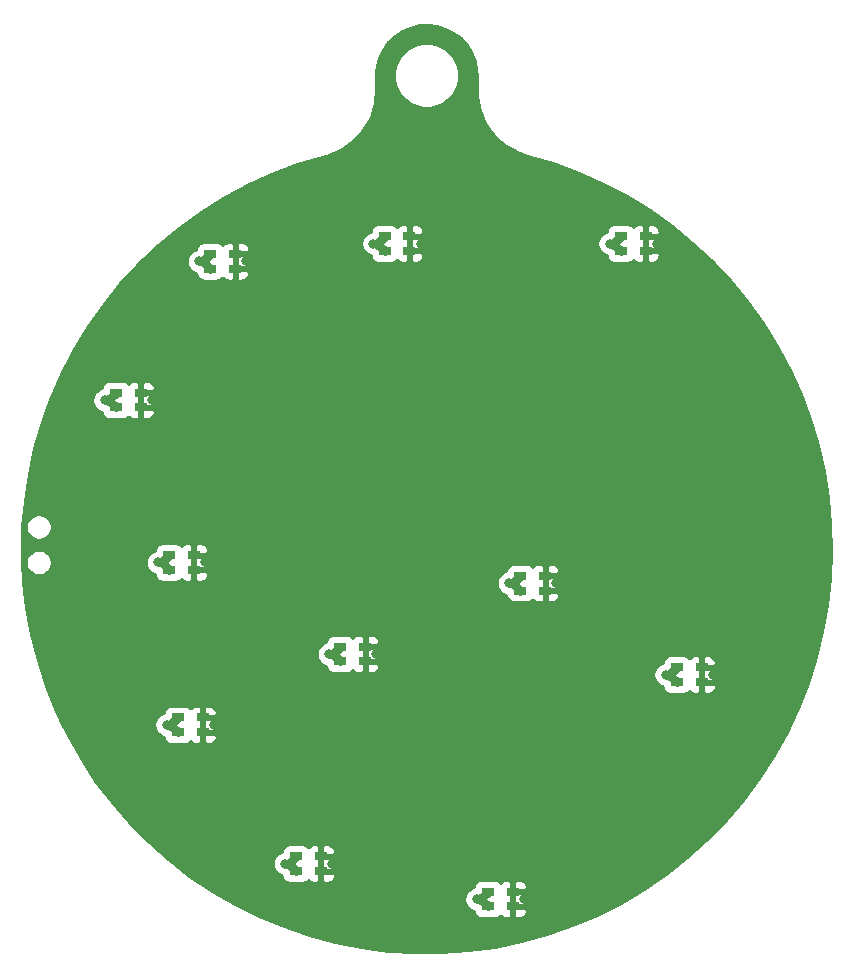
<source format=gbr>
%TF.GenerationSoftware,KiCad,Pcbnew,(5.1.10)-1*%
%TF.CreationDate,2021-10-17T11:09:21+02:00*%
%TF.ProjectId,TVZ_kuglica,54565a5f-6b75-4676-9c69-63612e6b6963,rev?*%
%TF.SameCoordinates,Original*%
%TF.FileFunction,Copper,L1,Top*%
%TF.FilePolarity,Positive*%
%FSLAX46Y46*%
G04 Gerber Fmt 4.6, Leading zero omitted, Abs format (unit mm)*
G04 Created by KiCad (PCBNEW (5.1.10)-1) date 2021-10-17 11:09:21*
%MOMM*%
%LPD*%
G01*
G04 APERTURE LIST*
%TA.AperFunction,SMDPad,CuDef*%
%ADD10R,1.100000X0.750000*%
%TD*%
%TA.AperFunction,ViaPad*%
%ADD11C,0.800000*%
%TD*%
%TA.AperFunction,Conductor*%
%ADD12C,0.762000*%
%TD*%
%TA.AperFunction,Conductor*%
%ADD13C,0.254000*%
%TD*%
%TA.AperFunction,Conductor*%
%ADD14C,0.100000*%
%TD*%
G04 APERTURE END LIST*
D10*
%TO.P,D1,1*%
%TO.N,Net-(D1-Pad1)*%
X110700000Y-86875000D03*
%TO.P,D1,2*%
%TO.N,GND*%
X112800000Y-86875000D03*
%TO.P,D1,1*%
%TO.N,Net-(D1-Pad1)*%
X110700000Y-88125000D03*
%TO.P,D1,2*%
%TO.N,GND*%
X112800000Y-88125000D03*
%TD*%
%TO.P,D2,2*%
%TO.N,GND*%
X120800000Y-76375000D03*
%TO.P,D2,1*%
%TO.N,Net-(D1-Pad1)*%
X118700000Y-76375000D03*
%TO.P,D2,2*%
%TO.N,GND*%
X120800000Y-75125000D03*
%TO.P,D2,1*%
%TO.N,Net-(D1-Pad1)*%
X118700000Y-75125000D03*
%TD*%
%TO.P,D3,1*%
%TO.N,Net-(D1-Pad1)*%
X153450000Y-73625000D03*
%TO.P,D3,2*%
%TO.N,GND*%
X155550000Y-73625000D03*
%TO.P,D3,1*%
%TO.N,Net-(D1-Pad1)*%
X153450000Y-74875000D03*
%TO.P,D3,2*%
%TO.N,GND*%
X155550000Y-74875000D03*
%TD*%
%TO.P,D4,2*%
%TO.N,GND*%
X131800000Y-109625000D03*
%TO.P,D4,1*%
%TO.N,Net-(D1-Pad1)*%
X129700000Y-109625000D03*
%TO.P,D4,2*%
%TO.N,GND*%
X131800000Y-108375000D03*
%TO.P,D4,1*%
%TO.N,Net-(D1-Pad1)*%
X129700000Y-108375000D03*
%TD*%
%TO.P,D5,1*%
%TO.N,Net-(D1-Pad1)*%
X115950000Y-114375000D03*
%TO.P,D5,2*%
%TO.N,GND*%
X118050000Y-114375000D03*
%TO.P,D5,1*%
%TO.N,Net-(D1-Pad1)*%
X115950000Y-115625000D03*
%TO.P,D5,2*%
%TO.N,GND*%
X118050000Y-115625000D03*
%TD*%
%TO.P,D6,2*%
%TO.N,GND*%
X117300000Y-101875000D03*
%TO.P,D6,1*%
%TO.N,Net-(D1-Pad1)*%
X115200000Y-101875000D03*
%TO.P,D6,2*%
%TO.N,GND*%
X117300000Y-100625000D03*
%TO.P,D6,1*%
%TO.N,Net-(D1-Pad1)*%
X115200000Y-100625000D03*
%TD*%
%TO.P,D7,1*%
%TO.N,Net-(D1-Pad1)*%
X142200000Y-129125000D03*
%TO.P,D7,2*%
%TO.N,GND*%
X144300000Y-129125000D03*
%TO.P,D7,1*%
%TO.N,Net-(D1-Pad1)*%
X142200000Y-130375000D03*
%TO.P,D7,2*%
%TO.N,GND*%
X144300000Y-130375000D03*
%TD*%
%TO.P,D8,2*%
%TO.N,GND*%
X160300000Y-111375000D03*
%TO.P,D8,1*%
%TO.N,Net-(D1-Pad1)*%
X158200000Y-111375000D03*
%TO.P,D8,2*%
%TO.N,GND*%
X160300000Y-110125000D03*
%TO.P,D8,1*%
%TO.N,Net-(D1-Pad1)*%
X158200000Y-110125000D03*
%TD*%
%TO.P,D9,1*%
%TO.N,Net-(D1-Pad1)*%
X133450000Y-73625000D03*
%TO.P,D9,2*%
%TO.N,GND*%
X135550000Y-73625000D03*
%TO.P,D9,1*%
%TO.N,Net-(D1-Pad1)*%
X133450000Y-74875000D03*
%TO.P,D9,2*%
%TO.N,GND*%
X135550000Y-74875000D03*
%TD*%
%TO.P,D10,2*%
%TO.N,GND*%
X147050000Y-103625000D03*
%TO.P,D10,1*%
%TO.N,Net-(D1-Pad1)*%
X144950000Y-103625000D03*
%TO.P,D10,2*%
%TO.N,GND*%
X147050000Y-102375000D03*
%TO.P,D10,1*%
%TO.N,Net-(D1-Pad1)*%
X144950000Y-102375000D03*
%TD*%
%TO.P,D11,1*%
%TO.N,Net-(D1-Pad1)*%
X125950000Y-126125000D03*
%TO.P,D11,2*%
%TO.N,GND*%
X128050000Y-126125000D03*
%TO.P,D11,1*%
%TO.N,Net-(D1-Pad1)*%
X125950000Y-127375000D03*
%TO.P,D11,2*%
%TO.N,GND*%
X128050000Y-127375000D03*
%TD*%
D11*
%TO.N,Net-(D1-Pad1)*%
X144000000Y-103000000D03*
X157250000Y-110750000D03*
X141250000Y-129750000D03*
X109750000Y-87500000D03*
X117750000Y-75750000D03*
X132500000Y-74250000D03*
X152500000Y-74250000D03*
X128750000Y-109000000D03*
X114250000Y-101250000D03*
X115000000Y-115000000D03*
X125000000Y-126750000D03*
%TO.N,GND*%
X118500000Y-126000000D03*
X134750000Y-125750000D03*
X135000000Y-133000000D03*
X145250000Y-126250000D03*
X153750000Y-127750000D03*
X154250000Y-77250000D03*
X130750000Y-73250000D03*
X120250000Y-84000000D03*
X126250000Y-93250000D03*
X120250000Y-105250000D03*
X128250000Y-104000000D03*
X108000000Y-107250000D03*
X118000000Y-110250000D03*
X138000000Y-112250000D03*
X149750000Y-117000000D03*
X147000000Y-108250000D03*
X165000000Y-105250000D03*
X161250000Y-117250000D03*
X155250000Y-97750000D03*
X157750000Y-90000000D03*
X139750000Y-94750000D03*
X161250000Y-110750000D03*
X132750000Y-109000000D03*
X148000000Y-103000000D03*
X119000000Y-115000000D03*
X118250000Y-101250000D03*
X145250000Y-129750000D03*
X113750000Y-87500000D03*
X136500000Y-74250000D03*
X156500000Y-74250000D03*
X121750000Y-75750000D03*
X129000000Y-126750000D03*
%TD*%
D12*
%TO.N,Net-(D1-Pad1)*%
X115325000Y-115000000D02*
X115950000Y-114375000D01*
X115325000Y-115000000D02*
X115950000Y-115625000D01*
X115000000Y-115000000D02*
X115325000Y-115000000D01*
X114575000Y-101250000D02*
X115200000Y-100625000D01*
X114575000Y-101250000D02*
X115200000Y-101875000D01*
X114250000Y-101250000D02*
X114575000Y-101250000D01*
X129075000Y-109000000D02*
X129700000Y-109625000D01*
X129075000Y-109000000D02*
X129700000Y-108375000D01*
X128750000Y-109000000D02*
X129075000Y-109000000D01*
X152825000Y-74250000D02*
X153450000Y-74875000D01*
X152825000Y-74250000D02*
X153450000Y-73625000D01*
X157575000Y-110750000D02*
X158200000Y-110125000D01*
X157575000Y-110750000D02*
X158200000Y-111375000D01*
X157250000Y-110750000D02*
X157575000Y-110750000D01*
X144325000Y-103000000D02*
X144950000Y-102375000D01*
X144325000Y-103000000D02*
X144950000Y-103625000D01*
X144000000Y-103000000D02*
X144325000Y-103000000D01*
X110075000Y-87500000D02*
X110700000Y-86875000D01*
X110075000Y-87500000D02*
X110700000Y-88125000D01*
X109750000Y-87500000D02*
X110075000Y-87500000D01*
X118075000Y-75750000D02*
X118700000Y-75125000D01*
X118075000Y-75750000D02*
X118700000Y-76375000D01*
X117750000Y-75750000D02*
X118075000Y-75750000D01*
X132825000Y-74250000D02*
X133450000Y-73625000D01*
X132825000Y-74250000D02*
X133450000Y-74875000D01*
X141575000Y-129750000D02*
X142200000Y-130375000D01*
X141575000Y-129750000D02*
X142200000Y-129125000D01*
X141250000Y-129750000D02*
X141575000Y-129750000D01*
X125325000Y-126750000D02*
X125950000Y-126125000D01*
X125325000Y-126750000D02*
X125950000Y-127375000D01*
X125000000Y-126750000D02*
X125325000Y-126750000D01*
%TD*%
D13*
%TO.N,GND*%
X137886138Y-55831059D02*
X138610388Y-56053867D01*
X139283738Y-56401409D01*
X139884901Y-56862699D01*
X140394872Y-57423149D01*
X140797540Y-58065057D01*
X141080170Y-58768122D01*
X141236190Y-59521513D01*
X141265000Y-60021169D01*
X141265001Y-61306272D01*
X141266298Y-61319440D01*
X141278413Y-61656049D01*
X141278863Y-61659632D01*
X141278707Y-61663242D01*
X141287438Y-61747410D01*
X141429908Y-62624862D01*
X141435629Y-62647269D01*
X141438736Y-62670183D01*
X141462234Y-62751474D01*
X141757835Y-63589830D01*
X141767433Y-63610870D01*
X141774549Y-63632871D01*
X141812059Y-63708691D01*
X141812071Y-63708717D01*
X141812077Y-63708725D01*
X142251461Y-64481476D01*
X142264630Y-64500478D01*
X142275533Y-64520879D01*
X142325894Y-64588881D01*
X142895182Y-65271616D01*
X142911512Y-65287990D01*
X142925851Y-65306132D01*
X142987458Y-65364142D01*
X143668651Y-65935276D01*
X143687625Y-65948502D01*
X143704950Y-65963817D01*
X143775855Y-66010000D01*
X144547423Y-66451478D01*
X144568436Y-66461133D01*
X144588200Y-66473139D01*
X144666163Y-66506036D01*
X145503715Y-66803905D01*
X145508021Y-66805017D01*
X145525587Y-66811299D01*
X145542755Y-66816572D01*
X147746053Y-67464098D01*
X149878711Y-68247813D01*
X151954729Y-69171140D01*
X153965017Y-70230036D01*
X155900673Y-71419812D01*
X157753239Y-72735268D01*
X159514561Y-74170616D01*
X161176886Y-75719540D01*
X162732884Y-77375207D01*
X164175738Y-79130360D01*
X165499106Y-80977290D01*
X166697162Y-82907865D01*
X167764630Y-84913581D01*
X168696830Y-86985643D01*
X169489658Y-89114933D01*
X170139624Y-91292080D01*
X170643873Y-93507517D01*
X171000188Y-95751501D01*
X171207004Y-98014175D01*
X171263407Y-100285560D01*
X171169153Y-102555700D01*
X170924654Y-104814605D01*
X170530986Y-107052337D01*
X169989882Y-109259064D01*
X169303718Y-111425077D01*
X168475512Y-113540851D01*
X167508906Y-115597090D01*
X166408155Y-117584736D01*
X165178083Y-119495080D01*
X163824120Y-121319689D01*
X162352204Y-123050560D01*
X160768823Y-124680064D01*
X159080926Y-126201055D01*
X157295931Y-127606843D01*
X155421695Y-128891239D01*
X153466456Y-130048599D01*
X151438820Y-131073832D01*
X149347702Y-131962428D01*
X147202263Y-132710493D01*
X145011999Y-133314718D01*
X142786467Y-133772464D01*
X140535523Y-134081705D01*
X138269022Y-134241089D01*
X135996953Y-134249911D01*
X133729262Y-134108134D01*
X131475992Y-133816385D01*
X129246983Y-133375938D01*
X127052076Y-132788738D01*
X124900917Y-132057366D01*
X122802939Y-131185029D01*
X120767401Y-130175574D01*
X119860225Y-129648061D01*
X140215000Y-129648061D01*
X140215000Y-129851939D01*
X140254774Y-130051898D01*
X140332795Y-130240256D01*
X140446063Y-130409774D01*
X140590226Y-130553937D01*
X140759744Y-130667205D01*
X140948102Y-130745226D01*
X141012724Y-130758080D01*
X141024188Y-130874482D01*
X141060498Y-130994180D01*
X141119463Y-131104494D01*
X141198815Y-131201185D01*
X141295506Y-131280537D01*
X141405820Y-131339502D01*
X141525518Y-131375812D01*
X141650000Y-131388072D01*
X142120375Y-131388072D01*
X142199999Y-131395914D01*
X142279623Y-131388072D01*
X142750000Y-131388072D01*
X142874482Y-131375812D01*
X142994180Y-131339502D01*
X143104494Y-131280537D01*
X143201185Y-131201185D01*
X143250000Y-131141704D01*
X143298815Y-131201185D01*
X143395506Y-131280537D01*
X143505820Y-131339502D01*
X143625518Y-131375812D01*
X143750000Y-131388072D01*
X144014250Y-131385000D01*
X144173000Y-131226250D01*
X144173000Y-130502000D01*
X144427000Y-130502000D01*
X144427000Y-131226250D01*
X144585750Y-131385000D01*
X144850000Y-131388072D01*
X144974482Y-131375812D01*
X145094180Y-131339502D01*
X145204494Y-131280537D01*
X145301185Y-131201185D01*
X145380537Y-131104494D01*
X145439502Y-130994180D01*
X145475812Y-130874482D01*
X145488072Y-130750000D01*
X145485000Y-130660750D01*
X145326250Y-130502000D01*
X144427000Y-130502000D01*
X144173000Y-130502000D01*
X144153000Y-130502000D01*
X144153000Y-130248000D01*
X144173000Y-130248000D01*
X144173000Y-129252000D01*
X144427000Y-129252000D01*
X144427000Y-130248000D01*
X145326250Y-130248000D01*
X145485000Y-130089250D01*
X145488072Y-130000000D01*
X145475812Y-129875518D01*
X145439502Y-129755820D01*
X145436391Y-129750000D01*
X145439502Y-129744180D01*
X145475812Y-129624482D01*
X145488072Y-129500000D01*
X145485000Y-129410750D01*
X145326250Y-129252000D01*
X144427000Y-129252000D01*
X144173000Y-129252000D01*
X144153000Y-129252000D01*
X144153000Y-128998000D01*
X144173000Y-128998000D01*
X144173000Y-128273750D01*
X144427000Y-128273750D01*
X144427000Y-128998000D01*
X145326250Y-128998000D01*
X145485000Y-128839250D01*
X145488072Y-128750000D01*
X145475812Y-128625518D01*
X145439502Y-128505820D01*
X145380537Y-128395506D01*
X145301185Y-128298815D01*
X145204494Y-128219463D01*
X145094180Y-128160498D01*
X144974482Y-128124188D01*
X144850000Y-128111928D01*
X144585750Y-128115000D01*
X144427000Y-128273750D01*
X144173000Y-128273750D01*
X144014250Y-128115000D01*
X143750000Y-128111928D01*
X143625518Y-128124188D01*
X143505820Y-128160498D01*
X143395506Y-128219463D01*
X143298815Y-128298815D01*
X143250000Y-128358296D01*
X143201185Y-128298815D01*
X143104494Y-128219463D01*
X142994180Y-128160498D01*
X142874482Y-128124188D01*
X142750000Y-128111928D01*
X142279623Y-128111928D01*
X142199999Y-128104086D01*
X142120375Y-128111928D01*
X141650000Y-128111928D01*
X141525518Y-128124188D01*
X141405820Y-128160498D01*
X141295506Y-128219463D01*
X141198815Y-128298815D01*
X141119463Y-128395506D01*
X141060498Y-128505820D01*
X141024188Y-128625518D01*
X141012724Y-128741920D01*
X140948102Y-128754774D01*
X140759744Y-128832795D01*
X140590226Y-128946063D01*
X140446063Y-129090226D01*
X140332795Y-129259744D01*
X140254774Y-129448102D01*
X140215000Y-129648061D01*
X119860225Y-129648061D01*
X118803237Y-129033435D01*
X116919085Y-127763634D01*
X115479732Y-126648061D01*
X123965000Y-126648061D01*
X123965000Y-126851939D01*
X124004774Y-127051898D01*
X124082795Y-127240256D01*
X124196063Y-127409774D01*
X124340226Y-127553937D01*
X124509744Y-127667205D01*
X124698102Y-127745226D01*
X124762724Y-127758080D01*
X124774188Y-127874482D01*
X124810498Y-127994180D01*
X124869463Y-128104494D01*
X124948815Y-128201185D01*
X125045506Y-128280537D01*
X125155820Y-128339502D01*
X125275518Y-128375812D01*
X125400000Y-128388072D01*
X125870375Y-128388072D01*
X125949999Y-128395914D01*
X126029623Y-128388072D01*
X126500000Y-128388072D01*
X126624482Y-128375812D01*
X126744180Y-128339502D01*
X126854494Y-128280537D01*
X126951185Y-128201185D01*
X127000000Y-128141704D01*
X127048815Y-128201185D01*
X127145506Y-128280537D01*
X127255820Y-128339502D01*
X127375518Y-128375812D01*
X127500000Y-128388072D01*
X127764250Y-128385000D01*
X127923000Y-128226250D01*
X127923000Y-127502000D01*
X128177000Y-127502000D01*
X128177000Y-128226250D01*
X128335750Y-128385000D01*
X128600000Y-128388072D01*
X128724482Y-128375812D01*
X128844180Y-128339502D01*
X128954494Y-128280537D01*
X129051185Y-128201185D01*
X129130537Y-128104494D01*
X129189502Y-127994180D01*
X129225812Y-127874482D01*
X129238072Y-127750000D01*
X129235000Y-127660750D01*
X129076250Y-127502000D01*
X128177000Y-127502000D01*
X127923000Y-127502000D01*
X127903000Y-127502000D01*
X127903000Y-127248000D01*
X127923000Y-127248000D01*
X127923000Y-126252000D01*
X128177000Y-126252000D01*
X128177000Y-127248000D01*
X129076250Y-127248000D01*
X129235000Y-127089250D01*
X129238072Y-127000000D01*
X129225812Y-126875518D01*
X129189502Y-126755820D01*
X129186391Y-126750000D01*
X129189502Y-126744180D01*
X129225812Y-126624482D01*
X129238072Y-126500000D01*
X129235000Y-126410750D01*
X129076250Y-126252000D01*
X128177000Y-126252000D01*
X127923000Y-126252000D01*
X127903000Y-126252000D01*
X127903000Y-125998000D01*
X127923000Y-125998000D01*
X127923000Y-125273750D01*
X128177000Y-125273750D01*
X128177000Y-125998000D01*
X129076250Y-125998000D01*
X129235000Y-125839250D01*
X129238072Y-125750000D01*
X129225812Y-125625518D01*
X129189502Y-125505820D01*
X129130537Y-125395506D01*
X129051185Y-125298815D01*
X128954494Y-125219463D01*
X128844180Y-125160498D01*
X128724482Y-125124188D01*
X128600000Y-125111928D01*
X128335750Y-125115000D01*
X128177000Y-125273750D01*
X127923000Y-125273750D01*
X127764250Y-125115000D01*
X127500000Y-125111928D01*
X127375518Y-125124188D01*
X127255820Y-125160498D01*
X127145506Y-125219463D01*
X127048815Y-125298815D01*
X127000000Y-125358296D01*
X126951185Y-125298815D01*
X126854494Y-125219463D01*
X126744180Y-125160498D01*
X126624482Y-125124188D01*
X126500000Y-125111928D01*
X126029623Y-125111928D01*
X125949999Y-125104086D01*
X125870375Y-125111928D01*
X125400000Y-125111928D01*
X125275518Y-125124188D01*
X125155820Y-125160498D01*
X125045506Y-125219463D01*
X124948815Y-125298815D01*
X124869463Y-125395506D01*
X124810498Y-125505820D01*
X124774188Y-125625518D01*
X124762724Y-125741920D01*
X124698102Y-125754774D01*
X124509744Y-125832795D01*
X124340226Y-125946063D01*
X124196063Y-126090226D01*
X124082795Y-126259744D01*
X124004774Y-126448102D01*
X123965000Y-126648061D01*
X115479732Y-126648061D01*
X115123223Y-126371749D01*
X113423564Y-124863914D01*
X111827572Y-123246751D01*
X110342263Y-121527368D01*
X108974171Y-119713331D01*
X107729304Y-117812605D01*
X106613144Y-115833557D01*
X106164478Y-114898061D01*
X113965000Y-114898061D01*
X113965000Y-115101939D01*
X114004774Y-115301898D01*
X114082795Y-115490256D01*
X114196063Y-115659774D01*
X114340226Y-115803937D01*
X114509744Y-115917205D01*
X114698102Y-115995226D01*
X114762724Y-116008080D01*
X114774188Y-116124482D01*
X114810498Y-116244180D01*
X114869463Y-116354494D01*
X114948815Y-116451185D01*
X115045506Y-116530537D01*
X115155820Y-116589502D01*
X115275518Y-116625812D01*
X115400000Y-116638072D01*
X115870375Y-116638072D01*
X115949999Y-116645914D01*
X116029623Y-116638072D01*
X116500000Y-116638072D01*
X116624482Y-116625812D01*
X116744180Y-116589502D01*
X116854494Y-116530537D01*
X116951185Y-116451185D01*
X117000000Y-116391704D01*
X117048815Y-116451185D01*
X117145506Y-116530537D01*
X117255820Y-116589502D01*
X117375518Y-116625812D01*
X117500000Y-116638072D01*
X117764250Y-116635000D01*
X117923000Y-116476250D01*
X117923000Y-115752000D01*
X118177000Y-115752000D01*
X118177000Y-116476250D01*
X118335750Y-116635000D01*
X118600000Y-116638072D01*
X118724482Y-116625812D01*
X118844180Y-116589502D01*
X118954494Y-116530537D01*
X119051185Y-116451185D01*
X119130537Y-116354494D01*
X119189502Y-116244180D01*
X119225812Y-116124482D01*
X119238072Y-116000000D01*
X119235000Y-115910750D01*
X119076250Y-115752000D01*
X118177000Y-115752000D01*
X117923000Y-115752000D01*
X117903000Y-115752000D01*
X117903000Y-115498000D01*
X117923000Y-115498000D01*
X117923000Y-114502000D01*
X118177000Y-114502000D01*
X118177000Y-115498000D01*
X119076250Y-115498000D01*
X119235000Y-115339250D01*
X119238072Y-115250000D01*
X119225812Y-115125518D01*
X119189502Y-115005820D01*
X119186391Y-115000000D01*
X119189502Y-114994180D01*
X119225812Y-114874482D01*
X119238072Y-114750000D01*
X119235000Y-114660750D01*
X119076250Y-114502000D01*
X118177000Y-114502000D01*
X117923000Y-114502000D01*
X117903000Y-114502000D01*
X117903000Y-114248000D01*
X117923000Y-114248000D01*
X117923000Y-113523750D01*
X118177000Y-113523750D01*
X118177000Y-114248000D01*
X119076250Y-114248000D01*
X119235000Y-114089250D01*
X119238072Y-114000000D01*
X119225812Y-113875518D01*
X119189502Y-113755820D01*
X119130537Y-113645506D01*
X119051185Y-113548815D01*
X118954494Y-113469463D01*
X118844180Y-113410498D01*
X118724482Y-113374188D01*
X118600000Y-113361928D01*
X118335750Y-113365000D01*
X118177000Y-113523750D01*
X117923000Y-113523750D01*
X117764250Y-113365000D01*
X117500000Y-113361928D01*
X117375518Y-113374188D01*
X117255820Y-113410498D01*
X117145506Y-113469463D01*
X117048815Y-113548815D01*
X117000000Y-113608296D01*
X116951185Y-113548815D01*
X116854494Y-113469463D01*
X116744180Y-113410498D01*
X116624482Y-113374188D01*
X116500000Y-113361928D01*
X116029623Y-113361928D01*
X115949999Y-113354086D01*
X115870375Y-113361928D01*
X115400000Y-113361928D01*
X115275518Y-113374188D01*
X115155820Y-113410498D01*
X115045506Y-113469463D01*
X114948815Y-113548815D01*
X114869463Y-113645506D01*
X114810498Y-113755820D01*
X114774188Y-113875518D01*
X114762724Y-113991920D01*
X114698102Y-114004774D01*
X114509744Y-114082795D01*
X114340226Y-114196063D01*
X114196063Y-114340226D01*
X114082795Y-114509744D01*
X114004774Y-114698102D01*
X113965000Y-114898061D01*
X106164478Y-114898061D01*
X105630601Y-113784897D01*
X104785986Y-111675609D01*
X104451670Y-110648061D01*
X156215000Y-110648061D01*
X156215000Y-110851939D01*
X156254774Y-111051898D01*
X156332795Y-111240256D01*
X156446063Y-111409774D01*
X156590226Y-111553937D01*
X156759744Y-111667205D01*
X156948102Y-111745226D01*
X157012724Y-111758080D01*
X157024188Y-111874482D01*
X157060498Y-111994180D01*
X157119463Y-112104494D01*
X157198815Y-112201185D01*
X157295506Y-112280537D01*
X157405820Y-112339502D01*
X157525518Y-112375812D01*
X157650000Y-112388072D01*
X158120375Y-112388072D01*
X158199999Y-112395914D01*
X158279623Y-112388072D01*
X158750000Y-112388072D01*
X158874482Y-112375812D01*
X158994180Y-112339502D01*
X159104494Y-112280537D01*
X159201185Y-112201185D01*
X159250000Y-112141704D01*
X159298815Y-112201185D01*
X159395506Y-112280537D01*
X159505820Y-112339502D01*
X159625518Y-112375812D01*
X159750000Y-112388072D01*
X160014250Y-112385000D01*
X160173000Y-112226250D01*
X160173000Y-111502000D01*
X160427000Y-111502000D01*
X160427000Y-112226250D01*
X160585750Y-112385000D01*
X160850000Y-112388072D01*
X160974482Y-112375812D01*
X161094180Y-112339502D01*
X161204494Y-112280537D01*
X161301185Y-112201185D01*
X161380537Y-112104494D01*
X161439502Y-111994180D01*
X161475812Y-111874482D01*
X161488072Y-111750000D01*
X161485000Y-111660750D01*
X161326250Y-111502000D01*
X160427000Y-111502000D01*
X160173000Y-111502000D01*
X160153000Y-111502000D01*
X160153000Y-111248000D01*
X160173000Y-111248000D01*
X160173000Y-110252000D01*
X160427000Y-110252000D01*
X160427000Y-111248000D01*
X161326250Y-111248000D01*
X161485000Y-111089250D01*
X161488072Y-111000000D01*
X161475812Y-110875518D01*
X161439502Y-110755820D01*
X161436391Y-110750000D01*
X161439502Y-110744180D01*
X161475812Y-110624482D01*
X161488072Y-110500000D01*
X161485000Y-110410750D01*
X161326250Y-110252000D01*
X160427000Y-110252000D01*
X160173000Y-110252000D01*
X160153000Y-110252000D01*
X160153000Y-109998000D01*
X160173000Y-109998000D01*
X160173000Y-109273750D01*
X160427000Y-109273750D01*
X160427000Y-109998000D01*
X161326250Y-109998000D01*
X161485000Y-109839250D01*
X161488072Y-109750000D01*
X161475812Y-109625518D01*
X161439502Y-109505820D01*
X161380537Y-109395506D01*
X161301185Y-109298815D01*
X161204494Y-109219463D01*
X161094180Y-109160498D01*
X160974482Y-109124188D01*
X160850000Y-109111928D01*
X160585750Y-109115000D01*
X160427000Y-109273750D01*
X160173000Y-109273750D01*
X160014250Y-109115000D01*
X159750000Y-109111928D01*
X159625518Y-109124188D01*
X159505820Y-109160498D01*
X159395506Y-109219463D01*
X159298815Y-109298815D01*
X159250000Y-109358296D01*
X159201185Y-109298815D01*
X159104494Y-109219463D01*
X158994180Y-109160498D01*
X158874482Y-109124188D01*
X158750000Y-109111928D01*
X158279623Y-109111928D01*
X158199999Y-109104086D01*
X158120375Y-109111928D01*
X157650000Y-109111928D01*
X157525518Y-109124188D01*
X157405820Y-109160498D01*
X157295506Y-109219463D01*
X157198815Y-109298815D01*
X157119463Y-109395506D01*
X157060498Y-109505820D01*
X157024188Y-109625518D01*
X157012724Y-109741920D01*
X156948102Y-109754774D01*
X156759744Y-109832795D01*
X156590226Y-109946063D01*
X156446063Y-110090226D01*
X156332795Y-110259744D01*
X156254774Y-110448102D01*
X156215000Y-110648061D01*
X104451670Y-110648061D01*
X104083026Y-109515005D01*
X103926658Y-108898061D01*
X127715000Y-108898061D01*
X127715000Y-109101939D01*
X127754774Y-109301898D01*
X127832795Y-109490256D01*
X127946063Y-109659774D01*
X128090226Y-109803937D01*
X128259744Y-109917205D01*
X128448102Y-109995226D01*
X128512724Y-110008080D01*
X128524188Y-110124482D01*
X128560498Y-110244180D01*
X128619463Y-110354494D01*
X128698815Y-110451185D01*
X128795506Y-110530537D01*
X128905820Y-110589502D01*
X129025518Y-110625812D01*
X129150000Y-110638072D01*
X129620375Y-110638072D01*
X129699999Y-110645914D01*
X129779623Y-110638072D01*
X130250000Y-110638072D01*
X130374482Y-110625812D01*
X130494180Y-110589502D01*
X130604494Y-110530537D01*
X130701185Y-110451185D01*
X130750000Y-110391704D01*
X130798815Y-110451185D01*
X130895506Y-110530537D01*
X131005820Y-110589502D01*
X131125518Y-110625812D01*
X131250000Y-110638072D01*
X131514250Y-110635000D01*
X131673000Y-110476250D01*
X131673000Y-109752000D01*
X131927000Y-109752000D01*
X131927000Y-110476250D01*
X132085750Y-110635000D01*
X132350000Y-110638072D01*
X132474482Y-110625812D01*
X132594180Y-110589502D01*
X132704494Y-110530537D01*
X132801185Y-110451185D01*
X132880537Y-110354494D01*
X132939502Y-110244180D01*
X132975812Y-110124482D01*
X132988072Y-110000000D01*
X132985000Y-109910750D01*
X132826250Y-109752000D01*
X131927000Y-109752000D01*
X131673000Y-109752000D01*
X131653000Y-109752000D01*
X131653000Y-109498000D01*
X131673000Y-109498000D01*
X131673000Y-108502000D01*
X131927000Y-108502000D01*
X131927000Y-109498000D01*
X132826250Y-109498000D01*
X132985000Y-109339250D01*
X132988072Y-109250000D01*
X132975812Y-109125518D01*
X132939502Y-109005820D01*
X132936391Y-109000000D01*
X132939502Y-108994180D01*
X132975812Y-108874482D01*
X132988072Y-108750000D01*
X132985000Y-108660750D01*
X132826250Y-108502000D01*
X131927000Y-108502000D01*
X131673000Y-108502000D01*
X131653000Y-108502000D01*
X131653000Y-108248000D01*
X131673000Y-108248000D01*
X131673000Y-107523750D01*
X131927000Y-107523750D01*
X131927000Y-108248000D01*
X132826250Y-108248000D01*
X132985000Y-108089250D01*
X132988072Y-108000000D01*
X132975812Y-107875518D01*
X132939502Y-107755820D01*
X132880537Y-107645506D01*
X132801185Y-107548815D01*
X132704494Y-107469463D01*
X132594180Y-107410498D01*
X132474482Y-107374188D01*
X132350000Y-107361928D01*
X132085750Y-107365000D01*
X131927000Y-107523750D01*
X131673000Y-107523750D01*
X131514250Y-107365000D01*
X131250000Y-107361928D01*
X131125518Y-107374188D01*
X131005820Y-107410498D01*
X130895506Y-107469463D01*
X130798815Y-107548815D01*
X130750000Y-107608296D01*
X130701185Y-107548815D01*
X130604494Y-107469463D01*
X130494180Y-107410498D01*
X130374482Y-107374188D01*
X130250000Y-107361928D01*
X129779623Y-107361928D01*
X129699999Y-107354086D01*
X129620375Y-107361928D01*
X129150000Y-107361928D01*
X129025518Y-107374188D01*
X128905820Y-107410498D01*
X128795506Y-107469463D01*
X128698815Y-107548815D01*
X128619463Y-107645506D01*
X128560498Y-107755820D01*
X128524188Y-107875518D01*
X128512724Y-107991920D01*
X128448102Y-108004774D01*
X128259744Y-108082795D01*
X128090226Y-108196063D01*
X127946063Y-108340226D01*
X127832795Y-108509744D01*
X127754774Y-108698102D01*
X127715000Y-108898061D01*
X103926658Y-108898061D01*
X103524797Y-107312547D01*
X103113763Y-105077935D01*
X102860675Y-102898061D01*
X142965000Y-102898061D01*
X142965000Y-103101939D01*
X143004774Y-103301898D01*
X143082795Y-103490256D01*
X143196063Y-103659774D01*
X143340226Y-103803937D01*
X143509744Y-103917205D01*
X143698102Y-103995226D01*
X143762724Y-104008080D01*
X143774188Y-104124482D01*
X143810498Y-104244180D01*
X143869463Y-104354494D01*
X143948815Y-104451185D01*
X144045506Y-104530537D01*
X144155820Y-104589502D01*
X144275518Y-104625812D01*
X144400000Y-104638072D01*
X144870375Y-104638072D01*
X144949999Y-104645914D01*
X145029623Y-104638072D01*
X145500000Y-104638072D01*
X145624482Y-104625812D01*
X145744180Y-104589502D01*
X145854494Y-104530537D01*
X145951185Y-104451185D01*
X146000000Y-104391704D01*
X146048815Y-104451185D01*
X146145506Y-104530537D01*
X146255820Y-104589502D01*
X146375518Y-104625812D01*
X146500000Y-104638072D01*
X146764250Y-104635000D01*
X146923000Y-104476250D01*
X146923000Y-103752000D01*
X147177000Y-103752000D01*
X147177000Y-104476250D01*
X147335750Y-104635000D01*
X147600000Y-104638072D01*
X147724482Y-104625812D01*
X147844180Y-104589502D01*
X147954494Y-104530537D01*
X148051185Y-104451185D01*
X148130537Y-104354494D01*
X148189502Y-104244180D01*
X148225812Y-104124482D01*
X148238072Y-104000000D01*
X148235000Y-103910750D01*
X148076250Y-103752000D01*
X147177000Y-103752000D01*
X146923000Y-103752000D01*
X146903000Y-103752000D01*
X146903000Y-103498000D01*
X146923000Y-103498000D01*
X146923000Y-102502000D01*
X147177000Y-102502000D01*
X147177000Y-103498000D01*
X148076250Y-103498000D01*
X148235000Y-103339250D01*
X148238072Y-103250000D01*
X148225812Y-103125518D01*
X148189502Y-103005820D01*
X148186391Y-103000000D01*
X148189502Y-102994180D01*
X148225812Y-102874482D01*
X148238072Y-102750000D01*
X148235000Y-102660750D01*
X148076250Y-102502000D01*
X147177000Y-102502000D01*
X146923000Y-102502000D01*
X146903000Y-102502000D01*
X146903000Y-102248000D01*
X146923000Y-102248000D01*
X146923000Y-101523750D01*
X147177000Y-101523750D01*
X147177000Y-102248000D01*
X148076250Y-102248000D01*
X148235000Y-102089250D01*
X148238072Y-102000000D01*
X148225812Y-101875518D01*
X148189502Y-101755820D01*
X148130537Y-101645506D01*
X148051185Y-101548815D01*
X147954494Y-101469463D01*
X147844180Y-101410498D01*
X147724482Y-101374188D01*
X147600000Y-101361928D01*
X147335750Y-101365000D01*
X147177000Y-101523750D01*
X146923000Y-101523750D01*
X146764250Y-101365000D01*
X146500000Y-101361928D01*
X146375518Y-101374188D01*
X146255820Y-101410498D01*
X146145506Y-101469463D01*
X146048815Y-101548815D01*
X146000000Y-101608296D01*
X145951185Y-101548815D01*
X145854494Y-101469463D01*
X145744180Y-101410498D01*
X145624482Y-101374188D01*
X145500000Y-101361928D01*
X145029623Y-101361928D01*
X144949999Y-101354086D01*
X144870375Y-101361928D01*
X144400000Y-101361928D01*
X144275518Y-101374188D01*
X144155820Y-101410498D01*
X144045506Y-101469463D01*
X143948815Y-101548815D01*
X143869463Y-101645506D01*
X143810498Y-101755820D01*
X143774188Y-101875518D01*
X143762724Y-101991920D01*
X143698102Y-102004774D01*
X143509744Y-102082795D01*
X143340226Y-102196063D01*
X143196063Y-102340226D01*
X143082795Y-102509744D01*
X143004774Y-102698102D01*
X142965000Y-102898061D01*
X102860675Y-102898061D01*
X102851726Y-102820985D01*
X102769006Y-101143137D01*
X103085000Y-101143137D01*
X103085000Y-101356863D01*
X103126696Y-101566483D01*
X103208485Y-101763940D01*
X103327225Y-101941647D01*
X103478353Y-102092775D01*
X103656060Y-102211515D01*
X103853517Y-102293304D01*
X104063137Y-102335000D01*
X104276863Y-102335000D01*
X104486483Y-102293304D01*
X104683940Y-102211515D01*
X104861647Y-102092775D01*
X105012775Y-101941647D01*
X105131515Y-101763940D01*
X105213304Y-101566483D01*
X105255000Y-101356863D01*
X105255000Y-101148061D01*
X113215000Y-101148061D01*
X113215000Y-101351939D01*
X113254774Y-101551898D01*
X113332795Y-101740256D01*
X113446063Y-101909774D01*
X113590226Y-102053937D01*
X113759744Y-102167205D01*
X113948102Y-102245226D01*
X114012724Y-102258080D01*
X114024188Y-102374482D01*
X114060498Y-102494180D01*
X114119463Y-102604494D01*
X114198815Y-102701185D01*
X114295506Y-102780537D01*
X114405820Y-102839502D01*
X114525518Y-102875812D01*
X114650000Y-102888072D01*
X115120375Y-102888072D01*
X115199999Y-102895914D01*
X115279623Y-102888072D01*
X115750000Y-102888072D01*
X115874482Y-102875812D01*
X115994180Y-102839502D01*
X116104494Y-102780537D01*
X116201185Y-102701185D01*
X116250000Y-102641704D01*
X116298815Y-102701185D01*
X116395506Y-102780537D01*
X116505820Y-102839502D01*
X116625518Y-102875812D01*
X116750000Y-102888072D01*
X117014250Y-102885000D01*
X117173000Y-102726250D01*
X117173000Y-102002000D01*
X117427000Y-102002000D01*
X117427000Y-102726250D01*
X117585750Y-102885000D01*
X117850000Y-102888072D01*
X117974482Y-102875812D01*
X118094180Y-102839502D01*
X118204494Y-102780537D01*
X118301185Y-102701185D01*
X118380537Y-102604494D01*
X118439502Y-102494180D01*
X118475812Y-102374482D01*
X118488072Y-102250000D01*
X118485000Y-102160750D01*
X118326250Y-102002000D01*
X117427000Y-102002000D01*
X117173000Y-102002000D01*
X117153000Y-102002000D01*
X117153000Y-101748000D01*
X117173000Y-101748000D01*
X117173000Y-100752000D01*
X117427000Y-100752000D01*
X117427000Y-101748000D01*
X118326250Y-101748000D01*
X118485000Y-101589250D01*
X118488072Y-101500000D01*
X118475812Y-101375518D01*
X118439502Y-101255820D01*
X118436391Y-101250000D01*
X118439502Y-101244180D01*
X118475812Y-101124482D01*
X118488072Y-101000000D01*
X118485000Y-100910750D01*
X118326250Y-100752000D01*
X117427000Y-100752000D01*
X117173000Y-100752000D01*
X117153000Y-100752000D01*
X117153000Y-100498000D01*
X117173000Y-100498000D01*
X117173000Y-99773750D01*
X117427000Y-99773750D01*
X117427000Y-100498000D01*
X118326250Y-100498000D01*
X118485000Y-100339250D01*
X118488072Y-100250000D01*
X118475812Y-100125518D01*
X118439502Y-100005820D01*
X118380537Y-99895506D01*
X118301185Y-99798815D01*
X118204494Y-99719463D01*
X118094180Y-99660498D01*
X117974482Y-99624188D01*
X117850000Y-99611928D01*
X117585750Y-99615000D01*
X117427000Y-99773750D01*
X117173000Y-99773750D01*
X117014250Y-99615000D01*
X116750000Y-99611928D01*
X116625518Y-99624188D01*
X116505820Y-99660498D01*
X116395506Y-99719463D01*
X116298815Y-99798815D01*
X116250000Y-99858296D01*
X116201185Y-99798815D01*
X116104494Y-99719463D01*
X115994180Y-99660498D01*
X115874482Y-99624188D01*
X115750000Y-99611928D01*
X115279623Y-99611928D01*
X115199999Y-99604086D01*
X115120375Y-99611928D01*
X114650000Y-99611928D01*
X114525518Y-99624188D01*
X114405820Y-99660498D01*
X114295506Y-99719463D01*
X114198815Y-99798815D01*
X114119463Y-99895506D01*
X114060498Y-100005820D01*
X114024188Y-100125518D01*
X114012724Y-100241920D01*
X113948102Y-100254774D01*
X113759744Y-100332795D01*
X113590226Y-100446063D01*
X113446063Y-100590226D01*
X113332795Y-100759744D01*
X113254774Y-100948102D01*
X113215000Y-101148061D01*
X105255000Y-101148061D01*
X105255000Y-101143137D01*
X105213304Y-100933517D01*
X105131515Y-100736060D01*
X105012775Y-100558353D01*
X104861647Y-100407225D01*
X104683940Y-100288485D01*
X104486483Y-100206696D01*
X104276863Y-100165000D01*
X104063137Y-100165000D01*
X103853517Y-100206696D01*
X103656060Y-100288485D01*
X103478353Y-100407225D01*
X103327225Y-100558353D01*
X103208485Y-100736060D01*
X103126696Y-100933517D01*
X103085000Y-101143137D01*
X102769006Y-101143137D01*
X102739845Y-100551658D01*
X102778607Y-98279882D01*
X102790035Y-98143137D01*
X103085000Y-98143137D01*
X103085000Y-98356863D01*
X103126696Y-98566483D01*
X103208485Y-98763940D01*
X103327225Y-98941647D01*
X103478353Y-99092775D01*
X103656060Y-99211515D01*
X103853517Y-99293304D01*
X104063137Y-99335000D01*
X104276863Y-99335000D01*
X104486483Y-99293304D01*
X104683940Y-99211515D01*
X104861647Y-99092775D01*
X105012775Y-98941647D01*
X105131515Y-98763940D01*
X105213304Y-98566483D01*
X105255000Y-98356863D01*
X105255000Y-98143137D01*
X105213304Y-97933517D01*
X105131515Y-97736060D01*
X105012775Y-97558353D01*
X104861647Y-97407225D01*
X104683940Y-97288485D01*
X104486483Y-97206696D01*
X104276863Y-97165000D01*
X104063137Y-97165000D01*
X103853517Y-97206696D01*
X103656060Y-97288485D01*
X103478353Y-97407225D01*
X103327225Y-97558353D01*
X103208485Y-97736060D01*
X103126696Y-97933517D01*
X103085000Y-98143137D01*
X102790035Y-98143137D01*
X102967842Y-96015687D01*
X103306719Y-93768999D01*
X103793749Y-91549706D01*
X104426782Y-89367594D01*
X105142758Y-87398061D01*
X108715000Y-87398061D01*
X108715000Y-87601939D01*
X108754774Y-87801898D01*
X108832795Y-87990256D01*
X108946063Y-88159774D01*
X109090226Y-88303937D01*
X109259744Y-88417205D01*
X109448102Y-88495226D01*
X109512724Y-88508080D01*
X109524188Y-88624482D01*
X109560498Y-88744180D01*
X109619463Y-88854494D01*
X109698815Y-88951185D01*
X109795506Y-89030537D01*
X109905820Y-89089502D01*
X110025518Y-89125812D01*
X110150000Y-89138072D01*
X110620375Y-89138072D01*
X110699999Y-89145914D01*
X110779623Y-89138072D01*
X111250000Y-89138072D01*
X111374482Y-89125812D01*
X111494180Y-89089502D01*
X111604494Y-89030537D01*
X111701185Y-88951185D01*
X111750000Y-88891704D01*
X111798815Y-88951185D01*
X111895506Y-89030537D01*
X112005820Y-89089502D01*
X112125518Y-89125812D01*
X112250000Y-89138072D01*
X112514250Y-89135000D01*
X112673000Y-88976250D01*
X112673000Y-88252000D01*
X112927000Y-88252000D01*
X112927000Y-88976250D01*
X113085750Y-89135000D01*
X113350000Y-89138072D01*
X113474482Y-89125812D01*
X113594180Y-89089502D01*
X113704494Y-89030537D01*
X113801185Y-88951185D01*
X113880537Y-88854494D01*
X113939502Y-88744180D01*
X113975812Y-88624482D01*
X113988072Y-88500000D01*
X113985000Y-88410750D01*
X113826250Y-88252000D01*
X112927000Y-88252000D01*
X112673000Y-88252000D01*
X112653000Y-88252000D01*
X112653000Y-87998000D01*
X112673000Y-87998000D01*
X112673000Y-87002000D01*
X112927000Y-87002000D01*
X112927000Y-87998000D01*
X113826250Y-87998000D01*
X113985000Y-87839250D01*
X113988072Y-87750000D01*
X113975812Y-87625518D01*
X113939502Y-87505820D01*
X113936391Y-87500000D01*
X113939502Y-87494180D01*
X113975812Y-87374482D01*
X113988072Y-87250000D01*
X113985000Y-87160750D01*
X113826250Y-87002000D01*
X112927000Y-87002000D01*
X112673000Y-87002000D01*
X112653000Y-87002000D01*
X112653000Y-86748000D01*
X112673000Y-86748000D01*
X112673000Y-86023750D01*
X112927000Y-86023750D01*
X112927000Y-86748000D01*
X113826250Y-86748000D01*
X113985000Y-86589250D01*
X113988072Y-86500000D01*
X113975812Y-86375518D01*
X113939502Y-86255820D01*
X113880537Y-86145506D01*
X113801185Y-86048815D01*
X113704494Y-85969463D01*
X113594180Y-85910498D01*
X113474482Y-85874188D01*
X113350000Y-85861928D01*
X113085750Y-85865000D01*
X112927000Y-86023750D01*
X112673000Y-86023750D01*
X112514250Y-85865000D01*
X112250000Y-85861928D01*
X112125518Y-85874188D01*
X112005820Y-85910498D01*
X111895506Y-85969463D01*
X111798815Y-86048815D01*
X111750000Y-86108296D01*
X111701185Y-86048815D01*
X111604494Y-85969463D01*
X111494180Y-85910498D01*
X111374482Y-85874188D01*
X111250000Y-85861928D01*
X110779623Y-85861928D01*
X110699999Y-85854086D01*
X110620375Y-85861928D01*
X110150000Y-85861928D01*
X110025518Y-85874188D01*
X109905820Y-85910498D01*
X109795506Y-85969463D01*
X109698815Y-86048815D01*
X109619463Y-86145506D01*
X109560498Y-86255820D01*
X109524188Y-86375518D01*
X109512724Y-86491920D01*
X109448102Y-86504774D01*
X109259744Y-86582795D01*
X109090226Y-86696063D01*
X108946063Y-86840226D01*
X108832795Y-87009744D01*
X108754774Y-87198102D01*
X108715000Y-87398061D01*
X105142758Y-87398061D01*
X105203052Y-87232203D01*
X106119133Y-85152960D01*
X107170992Y-83139015D01*
X108354015Y-81199200D01*
X109663000Y-79342048D01*
X111092189Y-77575730D01*
X112635284Y-75908027D01*
X112909974Y-75648061D01*
X116715000Y-75648061D01*
X116715000Y-75851939D01*
X116754774Y-76051898D01*
X116832795Y-76240256D01*
X116946063Y-76409774D01*
X117090226Y-76553937D01*
X117259744Y-76667205D01*
X117448102Y-76745226D01*
X117512724Y-76758080D01*
X117524188Y-76874482D01*
X117560498Y-76994180D01*
X117619463Y-77104494D01*
X117698815Y-77201185D01*
X117795506Y-77280537D01*
X117905820Y-77339502D01*
X118025518Y-77375812D01*
X118150000Y-77388072D01*
X118620375Y-77388072D01*
X118699999Y-77395914D01*
X118779623Y-77388072D01*
X119250000Y-77388072D01*
X119374482Y-77375812D01*
X119494180Y-77339502D01*
X119604494Y-77280537D01*
X119701185Y-77201185D01*
X119750000Y-77141704D01*
X119798815Y-77201185D01*
X119895506Y-77280537D01*
X120005820Y-77339502D01*
X120125518Y-77375812D01*
X120250000Y-77388072D01*
X120514250Y-77385000D01*
X120673000Y-77226250D01*
X120673000Y-76502000D01*
X120927000Y-76502000D01*
X120927000Y-77226250D01*
X121085750Y-77385000D01*
X121350000Y-77388072D01*
X121474482Y-77375812D01*
X121594180Y-77339502D01*
X121704494Y-77280537D01*
X121801185Y-77201185D01*
X121880537Y-77104494D01*
X121939502Y-76994180D01*
X121975812Y-76874482D01*
X121988072Y-76750000D01*
X121985000Y-76660750D01*
X121826250Y-76502000D01*
X120927000Y-76502000D01*
X120673000Y-76502000D01*
X120653000Y-76502000D01*
X120653000Y-76248000D01*
X120673000Y-76248000D01*
X120673000Y-75252000D01*
X120927000Y-75252000D01*
X120927000Y-76248000D01*
X121826250Y-76248000D01*
X121985000Y-76089250D01*
X121988072Y-76000000D01*
X121975812Y-75875518D01*
X121939502Y-75755820D01*
X121936391Y-75750000D01*
X121939502Y-75744180D01*
X121975812Y-75624482D01*
X121988072Y-75500000D01*
X121985000Y-75410750D01*
X121826250Y-75252000D01*
X120927000Y-75252000D01*
X120673000Y-75252000D01*
X120653000Y-75252000D01*
X120653000Y-74998000D01*
X120673000Y-74998000D01*
X120673000Y-74273750D01*
X120927000Y-74273750D01*
X120927000Y-74998000D01*
X121826250Y-74998000D01*
X121985000Y-74839250D01*
X121988072Y-74750000D01*
X121975812Y-74625518D01*
X121939502Y-74505820D01*
X121880537Y-74395506D01*
X121801185Y-74298815D01*
X121704494Y-74219463D01*
X121594180Y-74160498D01*
X121553181Y-74148061D01*
X131465000Y-74148061D01*
X131465000Y-74351939D01*
X131504774Y-74551898D01*
X131582795Y-74740256D01*
X131696063Y-74909774D01*
X131840226Y-75053937D01*
X132009744Y-75167205D01*
X132198102Y-75245226D01*
X132262724Y-75258080D01*
X132274188Y-75374482D01*
X132310498Y-75494180D01*
X132369463Y-75604494D01*
X132448815Y-75701185D01*
X132545506Y-75780537D01*
X132655820Y-75839502D01*
X132775518Y-75875812D01*
X132900000Y-75888072D01*
X133370375Y-75888072D01*
X133449999Y-75895914D01*
X133529623Y-75888072D01*
X134000000Y-75888072D01*
X134124482Y-75875812D01*
X134244180Y-75839502D01*
X134354494Y-75780537D01*
X134451185Y-75701185D01*
X134500000Y-75641704D01*
X134548815Y-75701185D01*
X134645506Y-75780537D01*
X134755820Y-75839502D01*
X134875518Y-75875812D01*
X135000000Y-75888072D01*
X135264250Y-75885000D01*
X135423000Y-75726250D01*
X135423000Y-75002000D01*
X135677000Y-75002000D01*
X135677000Y-75726250D01*
X135835750Y-75885000D01*
X136100000Y-75888072D01*
X136224482Y-75875812D01*
X136344180Y-75839502D01*
X136454494Y-75780537D01*
X136551185Y-75701185D01*
X136630537Y-75604494D01*
X136689502Y-75494180D01*
X136725812Y-75374482D01*
X136738072Y-75250000D01*
X136735000Y-75160750D01*
X136576250Y-75002000D01*
X135677000Y-75002000D01*
X135423000Y-75002000D01*
X135403000Y-75002000D01*
X135403000Y-74748000D01*
X135423000Y-74748000D01*
X135423000Y-73752000D01*
X135677000Y-73752000D01*
X135677000Y-74748000D01*
X136576250Y-74748000D01*
X136735000Y-74589250D01*
X136738072Y-74500000D01*
X136725812Y-74375518D01*
X136689502Y-74255820D01*
X136686391Y-74250000D01*
X136689502Y-74244180D01*
X136718659Y-74148061D01*
X151465000Y-74148061D01*
X151465000Y-74351939D01*
X151504774Y-74551898D01*
X151582795Y-74740256D01*
X151696063Y-74909774D01*
X151840226Y-75053937D01*
X152009744Y-75167205D01*
X152198102Y-75245226D01*
X152262724Y-75258080D01*
X152274188Y-75374482D01*
X152310498Y-75494180D01*
X152369463Y-75604494D01*
X152448815Y-75701185D01*
X152545506Y-75780537D01*
X152655820Y-75839502D01*
X152775518Y-75875812D01*
X152900000Y-75888072D01*
X153370375Y-75888072D01*
X153449999Y-75895914D01*
X153529623Y-75888072D01*
X154000000Y-75888072D01*
X154124482Y-75875812D01*
X154244180Y-75839502D01*
X154354494Y-75780537D01*
X154451185Y-75701185D01*
X154500000Y-75641704D01*
X154548815Y-75701185D01*
X154645506Y-75780537D01*
X154755820Y-75839502D01*
X154875518Y-75875812D01*
X155000000Y-75888072D01*
X155264250Y-75885000D01*
X155423000Y-75726250D01*
X155423000Y-75002000D01*
X155677000Y-75002000D01*
X155677000Y-75726250D01*
X155835750Y-75885000D01*
X156100000Y-75888072D01*
X156224482Y-75875812D01*
X156344180Y-75839502D01*
X156454494Y-75780537D01*
X156551185Y-75701185D01*
X156630537Y-75604494D01*
X156689502Y-75494180D01*
X156725812Y-75374482D01*
X156738072Y-75250000D01*
X156735000Y-75160750D01*
X156576250Y-75002000D01*
X155677000Y-75002000D01*
X155423000Y-75002000D01*
X155403000Y-75002000D01*
X155403000Y-74748000D01*
X155423000Y-74748000D01*
X155423000Y-73752000D01*
X155677000Y-73752000D01*
X155677000Y-74748000D01*
X156576250Y-74748000D01*
X156735000Y-74589250D01*
X156738072Y-74500000D01*
X156725812Y-74375518D01*
X156689502Y-74255820D01*
X156686391Y-74250000D01*
X156689502Y-74244180D01*
X156725812Y-74124482D01*
X156738072Y-74000000D01*
X156735000Y-73910750D01*
X156576250Y-73752000D01*
X155677000Y-73752000D01*
X155423000Y-73752000D01*
X155403000Y-73752000D01*
X155403000Y-73498000D01*
X155423000Y-73498000D01*
X155423000Y-72773750D01*
X155677000Y-72773750D01*
X155677000Y-73498000D01*
X156576250Y-73498000D01*
X156735000Y-73339250D01*
X156738072Y-73250000D01*
X156725812Y-73125518D01*
X156689502Y-73005820D01*
X156630537Y-72895506D01*
X156551185Y-72798815D01*
X156454494Y-72719463D01*
X156344180Y-72660498D01*
X156224482Y-72624188D01*
X156100000Y-72611928D01*
X155835750Y-72615000D01*
X155677000Y-72773750D01*
X155423000Y-72773750D01*
X155264250Y-72615000D01*
X155000000Y-72611928D01*
X154875518Y-72624188D01*
X154755820Y-72660498D01*
X154645506Y-72719463D01*
X154548815Y-72798815D01*
X154500000Y-72858296D01*
X154451185Y-72798815D01*
X154354494Y-72719463D01*
X154244180Y-72660498D01*
X154124482Y-72624188D01*
X154000000Y-72611928D01*
X153529623Y-72611928D01*
X153449999Y-72604086D01*
X153370375Y-72611928D01*
X152900000Y-72611928D01*
X152775518Y-72624188D01*
X152655820Y-72660498D01*
X152545506Y-72719463D01*
X152448815Y-72798815D01*
X152369463Y-72895506D01*
X152310498Y-73005820D01*
X152274188Y-73125518D01*
X152262724Y-73241920D01*
X152198102Y-73254774D01*
X152009744Y-73332795D01*
X151840226Y-73446063D01*
X151696063Y-73590226D01*
X151582795Y-73759744D01*
X151504774Y-73948102D01*
X151465000Y-74148061D01*
X136718659Y-74148061D01*
X136725812Y-74124482D01*
X136738072Y-74000000D01*
X136735000Y-73910750D01*
X136576250Y-73752000D01*
X135677000Y-73752000D01*
X135423000Y-73752000D01*
X135403000Y-73752000D01*
X135403000Y-73498000D01*
X135423000Y-73498000D01*
X135423000Y-72773750D01*
X135677000Y-72773750D01*
X135677000Y-73498000D01*
X136576250Y-73498000D01*
X136735000Y-73339250D01*
X136738072Y-73250000D01*
X136725812Y-73125518D01*
X136689502Y-73005820D01*
X136630537Y-72895506D01*
X136551185Y-72798815D01*
X136454494Y-72719463D01*
X136344180Y-72660498D01*
X136224482Y-72624188D01*
X136100000Y-72611928D01*
X135835750Y-72615000D01*
X135677000Y-72773750D01*
X135423000Y-72773750D01*
X135264250Y-72615000D01*
X135000000Y-72611928D01*
X134875518Y-72624188D01*
X134755820Y-72660498D01*
X134645506Y-72719463D01*
X134548815Y-72798815D01*
X134500000Y-72858296D01*
X134451185Y-72798815D01*
X134354494Y-72719463D01*
X134244180Y-72660498D01*
X134124482Y-72624188D01*
X134000000Y-72611928D01*
X133529623Y-72611928D01*
X133449999Y-72604086D01*
X133370375Y-72611928D01*
X132900000Y-72611928D01*
X132775518Y-72624188D01*
X132655820Y-72660498D01*
X132545506Y-72719463D01*
X132448815Y-72798815D01*
X132369463Y-72895506D01*
X132310498Y-73005820D01*
X132274188Y-73125518D01*
X132262724Y-73241920D01*
X132198102Y-73254774D01*
X132009744Y-73332795D01*
X131840226Y-73446063D01*
X131696063Y-73590226D01*
X131582795Y-73759744D01*
X131504774Y-73948102D01*
X131465000Y-74148061D01*
X121553181Y-74148061D01*
X121474482Y-74124188D01*
X121350000Y-74111928D01*
X121085750Y-74115000D01*
X120927000Y-74273750D01*
X120673000Y-74273750D01*
X120514250Y-74115000D01*
X120250000Y-74111928D01*
X120125518Y-74124188D01*
X120005820Y-74160498D01*
X119895506Y-74219463D01*
X119798815Y-74298815D01*
X119750000Y-74358296D01*
X119701185Y-74298815D01*
X119604494Y-74219463D01*
X119494180Y-74160498D01*
X119374482Y-74124188D01*
X119250000Y-74111928D01*
X118779623Y-74111928D01*
X118699999Y-74104086D01*
X118620375Y-74111928D01*
X118150000Y-74111928D01*
X118025518Y-74124188D01*
X117905820Y-74160498D01*
X117795506Y-74219463D01*
X117698815Y-74298815D01*
X117619463Y-74395506D01*
X117560498Y-74505820D01*
X117524188Y-74625518D01*
X117512724Y-74741920D01*
X117448102Y-74754774D01*
X117259744Y-74832795D01*
X117090226Y-74946063D01*
X116946063Y-75090226D01*
X116832795Y-75259744D01*
X116754774Y-75448102D01*
X116715000Y-75648061D01*
X112909974Y-75648061D01*
X114285522Y-74346247D01*
X116035631Y-72897273D01*
X117877934Y-71567463D01*
X119804304Y-70362683D01*
X121806298Y-69288211D01*
X123875077Y-68348792D01*
X126001593Y-67548534D01*
X128186747Y-66887862D01*
X128436510Y-66822338D01*
X128452528Y-66817563D01*
X128459226Y-66815987D01*
X128804024Y-66713600D01*
X128807380Y-66712269D01*
X128810916Y-66711517D01*
X128890228Y-66682021D01*
X129704199Y-66324712D01*
X129724464Y-66313571D01*
X129745874Y-66304834D01*
X129818696Y-66261767D01*
X129818710Y-66261759D01*
X129818715Y-66261755D01*
X130556543Y-65765956D01*
X130574511Y-65751406D01*
X130594041Y-65739012D01*
X130658097Y-65683720D01*
X131296470Y-65065093D01*
X131311582Y-65047586D01*
X131328603Y-65031934D01*
X131381840Y-64966192D01*
X131381856Y-64966173D01*
X131381861Y-64966165D01*
X131900590Y-64244277D01*
X131912363Y-64224370D01*
X131926343Y-64205952D01*
X131967109Y-64131800D01*
X132349809Y-63329453D01*
X132357869Y-63307780D01*
X132368369Y-63287173D01*
X132395359Y-63206974D01*
X132629927Y-62349538D01*
X132634022Y-62326778D01*
X132640706Y-62304640D01*
X132653067Y-62220928D01*
X132731782Y-61338949D01*
X132735000Y-61306272D01*
X132735000Y-60032731D01*
X132762021Y-59729963D01*
X134258266Y-59729963D01*
X134258266Y-60270037D01*
X134363629Y-60799734D01*
X134570307Y-61298698D01*
X134870356Y-61747753D01*
X135252247Y-62129644D01*
X135701302Y-62429693D01*
X136200266Y-62636371D01*
X136729963Y-62741734D01*
X137270037Y-62741734D01*
X137799734Y-62636371D01*
X138298698Y-62429693D01*
X138747753Y-62129644D01*
X139129644Y-61747753D01*
X139429693Y-61298698D01*
X139636371Y-60799734D01*
X139741734Y-60270037D01*
X139741734Y-59729963D01*
X139636371Y-59200266D01*
X139429693Y-58701302D01*
X139129644Y-58252247D01*
X138747753Y-57870356D01*
X138298698Y-57570307D01*
X137799734Y-57363629D01*
X137270037Y-57258266D01*
X136729963Y-57258266D01*
X136200266Y-57363629D01*
X135701302Y-57570307D01*
X135252247Y-57870356D01*
X134870356Y-58252247D01*
X134570307Y-58701302D01*
X134363629Y-59200266D01*
X134258266Y-59729963D01*
X132762021Y-59729963D01*
X132805281Y-59245253D01*
X133005231Y-58514357D01*
X133331450Y-57830425D01*
X133773626Y-57215072D01*
X134317789Y-56687741D01*
X134946726Y-56265114D01*
X135640570Y-55960537D01*
X136377386Y-55783643D01*
X137133871Y-55740024D01*
X137886138Y-55831059D01*
%TA.AperFunction,Conductor*%
D14*
G36*
X137886138Y-55831059D02*
G01*
X138610388Y-56053867D01*
X139283738Y-56401409D01*
X139884901Y-56862699D01*
X140394872Y-57423149D01*
X140797540Y-58065057D01*
X141080170Y-58768122D01*
X141236190Y-59521513D01*
X141265000Y-60021169D01*
X141265001Y-61306272D01*
X141266298Y-61319440D01*
X141278413Y-61656049D01*
X141278863Y-61659632D01*
X141278707Y-61663242D01*
X141287438Y-61747410D01*
X141429908Y-62624862D01*
X141435629Y-62647269D01*
X141438736Y-62670183D01*
X141462234Y-62751474D01*
X141757835Y-63589830D01*
X141767433Y-63610870D01*
X141774549Y-63632871D01*
X141812059Y-63708691D01*
X141812071Y-63708717D01*
X141812077Y-63708725D01*
X142251461Y-64481476D01*
X142264630Y-64500478D01*
X142275533Y-64520879D01*
X142325894Y-64588881D01*
X142895182Y-65271616D01*
X142911512Y-65287990D01*
X142925851Y-65306132D01*
X142987458Y-65364142D01*
X143668651Y-65935276D01*
X143687625Y-65948502D01*
X143704950Y-65963817D01*
X143775855Y-66010000D01*
X144547423Y-66451478D01*
X144568436Y-66461133D01*
X144588200Y-66473139D01*
X144666163Y-66506036D01*
X145503715Y-66803905D01*
X145508021Y-66805017D01*
X145525587Y-66811299D01*
X145542755Y-66816572D01*
X147746053Y-67464098D01*
X149878711Y-68247813D01*
X151954729Y-69171140D01*
X153965017Y-70230036D01*
X155900673Y-71419812D01*
X157753239Y-72735268D01*
X159514561Y-74170616D01*
X161176886Y-75719540D01*
X162732884Y-77375207D01*
X164175738Y-79130360D01*
X165499106Y-80977290D01*
X166697162Y-82907865D01*
X167764630Y-84913581D01*
X168696830Y-86985643D01*
X169489658Y-89114933D01*
X170139624Y-91292080D01*
X170643873Y-93507517D01*
X171000188Y-95751501D01*
X171207004Y-98014175D01*
X171263407Y-100285560D01*
X171169153Y-102555700D01*
X170924654Y-104814605D01*
X170530986Y-107052337D01*
X169989882Y-109259064D01*
X169303718Y-111425077D01*
X168475512Y-113540851D01*
X167508906Y-115597090D01*
X166408155Y-117584736D01*
X165178083Y-119495080D01*
X163824120Y-121319689D01*
X162352204Y-123050560D01*
X160768823Y-124680064D01*
X159080926Y-126201055D01*
X157295931Y-127606843D01*
X155421695Y-128891239D01*
X153466456Y-130048599D01*
X151438820Y-131073832D01*
X149347702Y-131962428D01*
X147202263Y-132710493D01*
X145011999Y-133314718D01*
X142786467Y-133772464D01*
X140535523Y-134081705D01*
X138269022Y-134241089D01*
X135996953Y-134249911D01*
X133729262Y-134108134D01*
X131475992Y-133816385D01*
X129246983Y-133375938D01*
X127052076Y-132788738D01*
X124900917Y-132057366D01*
X122802939Y-131185029D01*
X120767401Y-130175574D01*
X119860225Y-129648061D01*
X140215000Y-129648061D01*
X140215000Y-129851939D01*
X140254774Y-130051898D01*
X140332795Y-130240256D01*
X140446063Y-130409774D01*
X140590226Y-130553937D01*
X140759744Y-130667205D01*
X140948102Y-130745226D01*
X141012724Y-130758080D01*
X141024188Y-130874482D01*
X141060498Y-130994180D01*
X141119463Y-131104494D01*
X141198815Y-131201185D01*
X141295506Y-131280537D01*
X141405820Y-131339502D01*
X141525518Y-131375812D01*
X141650000Y-131388072D01*
X142120375Y-131388072D01*
X142199999Y-131395914D01*
X142279623Y-131388072D01*
X142750000Y-131388072D01*
X142874482Y-131375812D01*
X142994180Y-131339502D01*
X143104494Y-131280537D01*
X143201185Y-131201185D01*
X143250000Y-131141704D01*
X143298815Y-131201185D01*
X143395506Y-131280537D01*
X143505820Y-131339502D01*
X143625518Y-131375812D01*
X143750000Y-131388072D01*
X144014250Y-131385000D01*
X144173000Y-131226250D01*
X144173000Y-130502000D01*
X144427000Y-130502000D01*
X144427000Y-131226250D01*
X144585750Y-131385000D01*
X144850000Y-131388072D01*
X144974482Y-131375812D01*
X145094180Y-131339502D01*
X145204494Y-131280537D01*
X145301185Y-131201185D01*
X145380537Y-131104494D01*
X145439502Y-130994180D01*
X145475812Y-130874482D01*
X145488072Y-130750000D01*
X145485000Y-130660750D01*
X145326250Y-130502000D01*
X144427000Y-130502000D01*
X144173000Y-130502000D01*
X144153000Y-130502000D01*
X144153000Y-130248000D01*
X144173000Y-130248000D01*
X144173000Y-129252000D01*
X144427000Y-129252000D01*
X144427000Y-130248000D01*
X145326250Y-130248000D01*
X145485000Y-130089250D01*
X145488072Y-130000000D01*
X145475812Y-129875518D01*
X145439502Y-129755820D01*
X145436391Y-129750000D01*
X145439502Y-129744180D01*
X145475812Y-129624482D01*
X145488072Y-129500000D01*
X145485000Y-129410750D01*
X145326250Y-129252000D01*
X144427000Y-129252000D01*
X144173000Y-129252000D01*
X144153000Y-129252000D01*
X144153000Y-128998000D01*
X144173000Y-128998000D01*
X144173000Y-128273750D01*
X144427000Y-128273750D01*
X144427000Y-128998000D01*
X145326250Y-128998000D01*
X145485000Y-128839250D01*
X145488072Y-128750000D01*
X145475812Y-128625518D01*
X145439502Y-128505820D01*
X145380537Y-128395506D01*
X145301185Y-128298815D01*
X145204494Y-128219463D01*
X145094180Y-128160498D01*
X144974482Y-128124188D01*
X144850000Y-128111928D01*
X144585750Y-128115000D01*
X144427000Y-128273750D01*
X144173000Y-128273750D01*
X144014250Y-128115000D01*
X143750000Y-128111928D01*
X143625518Y-128124188D01*
X143505820Y-128160498D01*
X143395506Y-128219463D01*
X143298815Y-128298815D01*
X143250000Y-128358296D01*
X143201185Y-128298815D01*
X143104494Y-128219463D01*
X142994180Y-128160498D01*
X142874482Y-128124188D01*
X142750000Y-128111928D01*
X142279623Y-128111928D01*
X142199999Y-128104086D01*
X142120375Y-128111928D01*
X141650000Y-128111928D01*
X141525518Y-128124188D01*
X141405820Y-128160498D01*
X141295506Y-128219463D01*
X141198815Y-128298815D01*
X141119463Y-128395506D01*
X141060498Y-128505820D01*
X141024188Y-128625518D01*
X141012724Y-128741920D01*
X140948102Y-128754774D01*
X140759744Y-128832795D01*
X140590226Y-128946063D01*
X140446063Y-129090226D01*
X140332795Y-129259744D01*
X140254774Y-129448102D01*
X140215000Y-129648061D01*
X119860225Y-129648061D01*
X118803237Y-129033435D01*
X116919085Y-127763634D01*
X115479732Y-126648061D01*
X123965000Y-126648061D01*
X123965000Y-126851939D01*
X124004774Y-127051898D01*
X124082795Y-127240256D01*
X124196063Y-127409774D01*
X124340226Y-127553937D01*
X124509744Y-127667205D01*
X124698102Y-127745226D01*
X124762724Y-127758080D01*
X124774188Y-127874482D01*
X124810498Y-127994180D01*
X124869463Y-128104494D01*
X124948815Y-128201185D01*
X125045506Y-128280537D01*
X125155820Y-128339502D01*
X125275518Y-128375812D01*
X125400000Y-128388072D01*
X125870375Y-128388072D01*
X125949999Y-128395914D01*
X126029623Y-128388072D01*
X126500000Y-128388072D01*
X126624482Y-128375812D01*
X126744180Y-128339502D01*
X126854494Y-128280537D01*
X126951185Y-128201185D01*
X127000000Y-128141704D01*
X127048815Y-128201185D01*
X127145506Y-128280537D01*
X127255820Y-128339502D01*
X127375518Y-128375812D01*
X127500000Y-128388072D01*
X127764250Y-128385000D01*
X127923000Y-128226250D01*
X127923000Y-127502000D01*
X128177000Y-127502000D01*
X128177000Y-128226250D01*
X128335750Y-128385000D01*
X128600000Y-128388072D01*
X128724482Y-128375812D01*
X128844180Y-128339502D01*
X128954494Y-128280537D01*
X129051185Y-128201185D01*
X129130537Y-128104494D01*
X129189502Y-127994180D01*
X129225812Y-127874482D01*
X129238072Y-127750000D01*
X129235000Y-127660750D01*
X129076250Y-127502000D01*
X128177000Y-127502000D01*
X127923000Y-127502000D01*
X127903000Y-127502000D01*
X127903000Y-127248000D01*
X127923000Y-127248000D01*
X127923000Y-126252000D01*
X128177000Y-126252000D01*
X128177000Y-127248000D01*
X129076250Y-127248000D01*
X129235000Y-127089250D01*
X129238072Y-127000000D01*
X129225812Y-126875518D01*
X129189502Y-126755820D01*
X129186391Y-126750000D01*
X129189502Y-126744180D01*
X129225812Y-126624482D01*
X129238072Y-126500000D01*
X129235000Y-126410750D01*
X129076250Y-126252000D01*
X128177000Y-126252000D01*
X127923000Y-126252000D01*
X127903000Y-126252000D01*
X127903000Y-125998000D01*
X127923000Y-125998000D01*
X127923000Y-125273750D01*
X128177000Y-125273750D01*
X128177000Y-125998000D01*
X129076250Y-125998000D01*
X129235000Y-125839250D01*
X129238072Y-125750000D01*
X129225812Y-125625518D01*
X129189502Y-125505820D01*
X129130537Y-125395506D01*
X129051185Y-125298815D01*
X128954494Y-125219463D01*
X128844180Y-125160498D01*
X128724482Y-125124188D01*
X128600000Y-125111928D01*
X128335750Y-125115000D01*
X128177000Y-125273750D01*
X127923000Y-125273750D01*
X127764250Y-125115000D01*
X127500000Y-125111928D01*
X127375518Y-125124188D01*
X127255820Y-125160498D01*
X127145506Y-125219463D01*
X127048815Y-125298815D01*
X127000000Y-125358296D01*
X126951185Y-125298815D01*
X126854494Y-125219463D01*
X126744180Y-125160498D01*
X126624482Y-125124188D01*
X126500000Y-125111928D01*
X126029623Y-125111928D01*
X125949999Y-125104086D01*
X125870375Y-125111928D01*
X125400000Y-125111928D01*
X125275518Y-125124188D01*
X125155820Y-125160498D01*
X125045506Y-125219463D01*
X124948815Y-125298815D01*
X124869463Y-125395506D01*
X124810498Y-125505820D01*
X124774188Y-125625518D01*
X124762724Y-125741920D01*
X124698102Y-125754774D01*
X124509744Y-125832795D01*
X124340226Y-125946063D01*
X124196063Y-126090226D01*
X124082795Y-126259744D01*
X124004774Y-126448102D01*
X123965000Y-126648061D01*
X115479732Y-126648061D01*
X115123223Y-126371749D01*
X113423564Y-124863914D01*
X111827572Y-123246751D01*
X110342263Y-121527368D01*
X108974171Y-119713331D01*
X107729304Y-117812605D01*
X106613144Y-115833557D01*
X106164478Y-114898061D01*
X113965000Y-114898061D01*
X113965000Y-115101939D01*
X114004774Y-115301898D01*
X114082795Y-115490256D01*
X114196063Y-115659774D01*
X114340226Y-115803937D01*
X114509744Y-115917205D01*
X114698102Y-115995226D01*
X114762724Y-116008080D01*
X114774188Y-116124482D01*
X114810498Y-116244180D01*
X114869463Y-116354494D01*
X114948815Y-116451185D01*
X115045506Y-116530537D01*
X115155820Y-116589502D01*
X115275518Y-116625812D01*
X115400000Y-116638072D01*
X115870375Y-116638072D01*
X115949999Y-116645914D01*
X116029623Y-116638072D01*
X116500000Y-116638072D01*
X116624482Y-116625812D01*
X116744180Y-116589502D01*
X116854494Y-116530537D01*
X116951185Y-116451185D01*
X117000000Y-116391704D01*
X117048815Y-116451185D01*
X117145506Y-116530537D01*
X117255820Y-116589502D01*
X117375518Y-116625812D01*
X117500000Y-116638072D01*
X117764250Y-116635000D01*
X117923000Y-116476250D01*
X117923000Y-115752000D01*
X118177000Y-115752000D01*
X118177000Y-116476250D01*
X118335750Y-116635000D01*
X118600000Y-116638072D01*
X118724482Y-116625812D01*
X118844180Y-116589502D01*
X118954494Y-116530537D01*
X119051185Y-116451185D01*
X119130537Y-116354494D01*
X119189502Y-116244180D01*
X119225812Y-116124482D01*
X119238072Y-116000000D01*
X119235000Y-115910750D01*
X119076250Y-115752000D01*
X118177000Y-115752000D01*
X117923000Y-115752000D01*
X117903000Y-115752000D01*
X117903000Y-115498000D01*
X117923000Y-115498000D01*
X117923000Y-114502000D01*
X118177000Y-114502000D01*
X118177000Y-115498000D01*
X119076250Y-115498000D01*
X119235000Y-115339250D01*
X119238072Y-115250000D01*
X119225812Y-115125518D01*
X119189502Y-115005820D01*
X119186391Y-115000000D01*
X119189502Y-114994180D01*
X119225812Y-114874482D01*
X119238072Y-114750000D01*
X119235000Y-114660750D01*
X119076250Y-114502000D01*
X118177000Y-114502000D01*
X117923000Y-114502000D01*
X117903000Y-114502000D01*
X117903000Y-114248000D01*
X117923000Y-114248000D01*
X117923000Y-113523750D01*
X118177000Y-113523750D01*
X118177000Y-114248000D01*
X119076250Y-114248000D01*
X119235000Y-114089250D01*
X119238072Y-114000000D01*
X119225812Y-113875518D01*
X119189502Y-113755820D01*
X119130537Y-113645506D01*
X119051185Y-113548815D01*
X118954494Y-113469463D01*
X118844180Y-113410498D01*
X118724482Y-113374188D01*
X118600000Y-113361928D01*
X118335750Y-113365000D01*
X118177000Y-113523750D01*
X117923000Y-113523750D01*
X117764250Y-113365000D01*
X117500000Y-113361928D01*
X117375518Y-113374188D01*
X117255820Y-113410498D01*
X117145506Y-113469463D01*
X117048815Y-113548815D01*
X117000000Y-113608296D01*
X116951185Y-113548815D01*
X116854494Y-113469463D01*
X116744180Y-113410498D01*
X116624482Y-113374188D01*
X116500000Y-113361928D01*
X116029623Y-113361928D01*
X115949999Y-113354086D01*
X115870375Y-113361928D01*
X115400000Y-113361928D01*
X115275518Y-113374188D01*
X115155820Y-113410498D01*
X115045506Y-113469463D01*
X114948815Y-113548815D01*
X114869463Y-113645506D01*
X114810498Y-113755820D01*
X114774188Y-113875518D01*
X114762724Y-113991920D01*
X114698102Y-114004774D01*
X114509744Y-114082795D01*
X114340226Y-114196063D01*
X114196063Y-114340226D01*
X114082795Y-114509744D01*
X114004774Y-114698102D01*
X113965000Y-114898061D01*
X106164478Y-114898061D01*
X105630601Y-113784897D01*
X104785986Y-111675609D01*
X104451670Y-110648061D01*
X156215000Y-110648061D01*
X156215000Y-110851939D01*
X156254774Y-111051898D01*
X156332795Y-111240256D01*
X156446063Y-111409774D01*
X156590226Y-111553937D01*
X156759744Y-111667205D01*
X156948102Y-111745226D01*
X157012724Y-111758080D01*
X157024188Y-111874482D01*
X157060498Y-111994180D01*
X157119463Y-112104494D01*
X157198815Y-112201185D01*
X157295506Y-112280537D01*
X157405820Y-112339502D01*
X157525518Y-112375812D01*
X157650000Y-112388072D01*
X158120375Y-112388072D01*
X158199999Y-112395914D01*
X158279623Y-112388072D01*
X158750000Y-112388072D01*
X158874482Y-112375812D01*
X158994180Y-112339502D01*
X159104494Y-112280537D01*
X159201185Y-112201185D01*
X159250000Y-112141704D01*
X159298815Y-112201185D01*
X159395506Y-112280537D01*
X159505820Y-112339502D01*
X159625518Y-112375812D01*
X159750000Y-112388072D01*
X160014250Y-112385000D01*
X160173000Y-112226250D01*
X160173000Y-111502000D01*
X160427000Y-111502000D01*
X160427000Y-112226250D01*
X160585750Y-112385000D01*
X160850000Y-112388072D01*
X160974482Y-112375812D01*
X161094180Y-112339502D01*
X161204494Y-112280537D01*
X161301185Y-112201185D01*
X161380537Y-112104494D01*
X161439502Y-111994180D01*
X161475812Y-111874482D01*
X161488072Y-111750000D01*
X161485000Y-111660750D01*
X161326250Y-111502000D01*
X160427000Y-111502000D01*
X160173000Y-111502000D01*
X160153000Y-111502000D01*
X160153000Y-111248000D01*
X160173000Y-111248000D01*
X160173000Y-110252000D01*
X160427000Y-110252000D01*
X160427000Y-111248000D01*
X161326250Y-111248000D01*
X161485000Y-111089250D01*
X161488072Y-111000000D01*
X161475812Y-110875518D01*
X161439502Y-110755820D01*
X161436391Y-110750000D01*
X161439502Y-110744180D01*
X161475812Y-110624482D01*
X161488072Y-110500000D01*
X161485000Y-110410750D01*
X161326250Y-110252000D01*
X160427000Y-110252000D01*
X160173000Y-110252000D01*
X160153000Y-110252000D01*
X160153000Y-109998000D01*
X160173000Y-109998000D01*
X160173000Y-109273750D01*
X160427000Y-109273750D01*
X160427000Y-109998000D01*
X161326250Y-109998000D01*
X161485000Y-109839250D01*
X161488072Y-109750000D01*
X161475812Y-109625518D01*
X161439502Y-109505820D01*
X161380537Y-109395506D01*
X161301185Y-109298815D01*
X161204494Y-109219463D01*
X161094180Y-109160498D01*
X160974482Y-109124188D01*
X160850000Y-109111928D01*
X160585750Y-109115000D01*
X160427000Y-109273750D01*
X160173000Y-109273750D01*
X160014250Y-109115000D01*
X159750000Y-109111928D01*
X159625518Y-109124188D01*
X159505820Y-109160498D01*
X159395506Y-109219463D01*
X159298815Y-109298815D01*
X159250000Y-109358296D01*
X159201185Y-109298815D01*
X159104494Y-109219463D01*
X158994180Y-109160498D01*
X158874482Y-109124188D01*
X158750000Y-109111928D01*
X158279623Y-109111928D01*
X158199999Y-109104086D01*
X158120375Y-109111928D01*
X157650000Y-109111928D01*
X157525518Y-109124188D01*
X157405820Y-109160498D01*
X157295506Y-109219463D01*
X157198815Y-109298815D01*
X157119463Y-109395506D01*
X157060498Y-109505820D01*
X157024188Y-109625518D01*
X157012724Y-109741920D01*
X156948102Y-109754774D01*
X156759744Y-109832795D01*
X156590226Y-109946063D01*
X156446063Y-110090226D01*
X156332795Y-110259744D01*
X156254774Y-110448102D01*
X156215000Y-110648061D01*
X104451670Y-110648061D01*
X104083026Y-109515005D01*
X103926658Y-108898061D01*
X127715000Y-108898061D01*
X127715000Y-109101939D01*
X127754774Y-109301898D01*
X127832795Y-109490256D01*
X127946063Y-109659774D01*
X128090226Y-109803937D01*
X128259744Y-109917205D01*
X128448102Y-109995226D01*
X128512724Y-110008080D01*
X128524188Y-110124482D01*
X128560498Y-110244180D01*
X128619463Y-110354494D01*
X128698815Y-110451185D01*
X128795506Y-110530537D01*
X128905820Y-110589502D01*
X129025518Y-110625812D01*
X129150000Y-110638072D01*
X129620375Y-110638072D01*
X129699999Y-110645914D01*
X129779623Y-110638072D01*
X130250000Y-110638072D01*
X130374482Y-110625812D01*
X130494180Y-110589502D01*
X130604494Y-110530537D01*
X130701185Y-110451185D01*
X130750000Y-110391704D01*
X130798815Y-110451185D01*
X130895506Y-110530537D01*
X131005820Y-110589502D01*
X131125518Y-110625812D01*
X131250000Y-110638072D01*
X131514250Y-110635000D01*
X131673000Y-110476250D01*
X131673000Y-109752000D01*
X131927000Y-109752000D01*
X131927000Y-110476250D01*
X132085750Y-110635000D01*
X132350000Y-110638072D01*
X132474482Y-110625812D01*
X132594180Y-110589502D01*
X132704494Y-110530537D01*
X132801185Y-110451185D01*
X132880537Y-110354494D01*
X132939502Y-110244180D01*
X132975812Y-110124482D01*
X132988072Y-110000000D01*
X132985000Y-109910750D01*
X132826250Y-109752000D01*
X131927000Y-109752000D01*
X131673000Y-109752000D01*
X131653000Y-109752000D01*
X131653000Y-109498000D01*
X131673000Y-109498000D01*
X131673000Y-108502000D01*
X131927000Y-108502000D01*
X131927000Y-109498000D01*
X132826250Y-109498000D01*
X132985000Y-109339250D01*
X132988072Y-109250000D01*
X132975812Y-109125518D01*
X132939502Y-109005820D01*
X132936391Y-109000000D01*
X132939502Y-108994180D01*
X132975812Y-108874482D01*
X132988072Y-108750000D01*
X132985000Y-108660750D01*
X132826250Y-108502000D01*
X131927000Y-108502000D01*
X131673000Y-108502000D01*
X131653000Y-108502000D01*
X131653000Y-108248000D01*
X131673000Y-108248000D01*
X131673000Y-107523750D01*
X131927000Y-107523750D01*
X131927000Y-108248000D01*
X132826250Y-108248000D01*
X132985000Y-108089250D01*
X132988072Y-108000000D01*
X132975812Y-107875518D01*
X132939502Y-107755820D01*
X132880537Y-107645506D01*
X132801185Y-107548815D01*
X132704494Y-107469463D01*
X132594180Y-107410498D01*
X132474482Y-107374188D01*
X132350000Y-107361928D01*
X132085750Y-107365000D01*
X131927000Y-107523750D01*
X131673000Y-107523750D01*
X131514250Y-107365000D01*
X131250000Y-107361928D01*
X131125518Y-107374188D01*
X131005820Y-107410498D01*
X130895506Y-107469463D01*
X130798815Y-107548815D01*
X130750000Y-107608296D01*
X130701185Y-107548815D01*
X130604494Y-107469463D01*
X130494180Y-107410498D01*
X130374482Y-107374188D01*
X130250000Y-107361928D01*
X129779623Y-107361928D01*
X129699999Y-107354086D01*
X129620375Y-107361928D01*
X129150000Y-107361928D01*
X129025518Y-107374188D01*
X128905820Y-107410498D01*
X128795506Y-107469463D01*
X128698815Y-107548815D01*
X128619463Y-107645506D01*
X128560498Y-107755820D01*
X128524188Y-107875518D01*
X128512724Y-107991920D01*
X128448102Y-108004774D01*
X128259744Y-108082795D01*
X128090226Y-108196063D01*
X127946063Y-108340226D01*
X127832795Y-108509744D01*
X127754774Y-108698102D01*
X127715000Y-108898061D01*
X103926658Y-108898061D01*
X103524797Y-107312547D01*
X103113763Y-105077935D01*
X102860675Y-102898061D01*
X142965000Y-102898061D01*
X142965000Y-103101939D01*
X143004774Y-103301898D01*
X143082795Y-103490256D01*
X143196063Y-103659774D01*
X143340226Y-103803937D01*
X143509744Y-103917205D01*
X143698102Y-103995226D01*
X143762724Y-104008080D01*
X143774188Y-104124482D01*
X143810498Y-104244180D01*
X143869463Y-104354494D01*
X143948815Y-104451185D01*
X144045506Y-104530537D01*
X144155820Y-104589502D01*
X144275518Y-104625812D01*
X144400000Y-104638072D01*
X144870375Y-104638072D01*
X144949999Y-104645914D01*
X145029623Y-104638072D01*
X145500000Y-104638072D01*
X145624482Y-104625812D01*
X145744180Y-104589502D01*
X145854494Y-104530537D01*
X145951185Y-104451185D01*
X146000000Y-104391704D01*
X146048815Y-104451185D01*
X146145506Y-104530537D01*
X146255820Y-104589502D01*
X146375518Y-104625812D01*
X146500000Y-104638072D01*
X146764250Y-104635000D01*
X146923000Y-104476250D01*
X146923000Y-103752000D01*
X147177000Y-103752000D01*
X147177000Y-104476250D01*
X147335750Y-104635000D01*
X147600000Y-104638072D01*
X147724482Y-104625812D01*
X147844180Y-104589502D01*
X147954494Y-104530537D01*
X148051185Y-104451185D01*
X148130537Y-104354494D01*
X148189502Y-104244180D01*
X148225812Y-104124482D01*
X148238072Y-104000000D01*
X148235000Y-103910750D01*
X148076250Y-103752000D01*
X147177000Y-103752000D01*
X146923000Y-103752000D01*
X146903000Y-103752000D01*
X146903000Y-103498000D01*
X146923000Y-103498000D01*
X146923000Y-102502000D01*
X147177000Y-102502000D01*
X147177000Y-103498000D01*
X148076250Y-103498000D01*
X148235000Y-103339250D01*
X148238072Y-103250000D01*
X148225812Y-103125518D01*
X148189502Y-103005820D01*
X148186391Y-103000000D01*
X148189502Y-102994180D01*
X148225812Y-102874482D01*
X148238072Y-102750000D01*
X148235000Y-102660750D01*
X148076250Y-102502000D01*
X147177000Y-102502000D01*
X146923000Y-102502000D01*
X146903000Y-102502000D01*
X146903000Y-102248000D01*
X146923000Y-102248000D01*
X146923000Y-101523750D01*
X147177000Y-101523750D01*
X147177000Y-102248000D01*
X148076250Y-102248000D01*
X148235000Y-102089250D01*
X148238072Y-102000000D01*
X148225812Y-101875518D01*
X148189502Y-101755820D01*
X148130537Y-101645506D01*
X148051185Y-101548815D01*
X147954494Y-101469463D01*
X147844180Y-101410498D01*
X147724482Y-101374188D01*
X147600000Y-101361928D01*
X147335750Y-101365000D01*
X147177000Y-101523750D01*
X146923000Y-101523750D01*
X146764250Y-101365000D01*
X146500000Y-101361928D01*
X146375518Y-101374188D01*
X146255820Y-101410498D01*
X146145506Y-101469463D01*
X146048815Y-101548815D01*
X146000000Y-101608296D01*
X145951185Y-101548815D01*
X145854494Y-101469463D01*
X145744180Y-101410498D01*
X145624482Y-101374188D01*
X145500000Y-101361928D01*
X145029623Y-101361928D01*
X144949999Y-101354086D01*
X144870375Y-101361928D01*
X144400000Y-101361928D01*
X144275518Y-101374188D01*
X144155820Y-101410498D01*
X144045506Y-101469463D01*
X143948815Y-101548815D01*
X143869463Y-101645506D01*
X143810498Y-101755820D01*
X143774188Y-101875518D01*
X143762724Y-101991920D01*
X143698102Y-102004774D01*
X143509744Y-102082795D01*
X143340226Y-102196063D01*
X143196063Y-102340226D01*
X143082795Y-102509744D01*
X143004774Y-102698102D01*
X142965000Y-102898061D01*
X102860675Y-102898061D01*
X102851726Y-102820985D01*
X102769006Y-101143137D01*
X103085000Y-101143137D01*
X103085000Y-101356863D01*
X103126696Y-101566483D01*
X103208485Y-101763940D01*
X103327225Y-101941647D01*
X103478353Y-102092775D01*
X103656060Y-102211515D01*
X103853517Y-102293304D01*
X104063137Y-102335000D01*
X104276863Y-102335000D01*
X104486483Y-102293304D01*
X104683940Y-102211515D01*
X104861647Y-102092775D01*
X105012775Y-101941647D01*
X105131515Y-101763940D01*
X105213304Y-101566483D01*
X105255000Y-101356863D01*
X105255000Y-101148061D01*
X113215000Y-101148061D01*
X113215000Y-101351939D01*
X113254774Y-101551898D01*
X113332795Y-101740256D01*
X113446063Y-101909774D01*
X113590226Y-102053937D01*
X113759744Y-102167205D01*
X113948102Y-102245226D01*
X114012724Y-102258080D01*
X114024188Y-102374482D01*
X114060498Y-102494180D01*
X114119463Y-102604494D01*
X114198815Y-102701185D01*
X114295506Y-102780537D01*
X114405820Y-102839502D01*
X114525518Y-102875812D01*
X114650000Y-102888072D01*
X115120375Y-102888072D01*
X115199999Y-102895914D01*
X115279623Y-102888072D01*
X115750000Y-102888072D01*
X115874482Y-102875812D01*
X115994180Y-102839502D01*
X116104494Y-102780537D01*
X116201185Y-102701185D01*
X116250000Y-102641704D01*
X116298815Y-102701185D01*
X116395506Y-102780537D01*
X116505820Y-102839502D01*
X116625518Y-102875812D01*
X116750000Y-102888072D01*
X117014250Y-102885000D01*
X117173000Y-102726250D01*
X117173000Y-102002000D01*
X117427000Y-102002000D01*
X117427000Y-102726250D01*
X117585750Y-102885000D01*
X117850000Y-102888072D01*
X117974482Y-102875812D01*
X118094180Y-102839502D01*
X118204494Y-102780537D01*
X118301185Y-102701185D01*
X118380537Y-102604494D01*
X118439502Y-102494180D01*
X118475812Y-102374482D01*
X118488072Y-102250000D01*
X118485000Y-102160750D01*
X118326250Y-102002000D01*
X117427000Y-102002000D01*
X117173000Y-102002000D01*
X117153000Y-102002000D01*
X117153000Y-101748000D01*
X117173000Y-101748000D01*
X117173000Y-100752000D01*
X117427000Y-100752000D01*
X117427000Y-101748000D01*
X118326250Y-101748000D01*
X118485000Y-101589250D01*
X118488072Y-101500000D01*
X118475812Y-101375518D01*
X118439502Y-101255820D01*
X118436391Y-101250000D01*
X118439502Y-101244180D01*
X118475812Y-101124482D01*
X118488072Y-101000000D01*
X118485000Y-100910750D01*
X118326250Y-100752000D01*
X117427000Y-100752000D01*
X117173000Y-100752000D01*
X117153000Y-100752000D01*
X117153000Y-100498000D01*
X117173000Y-100498000D01*
X117173000Y-99773750D01*
X117427000Y-99773750D01*
X117427000Y-100498000D01*
X118326250Y-100498000D01*
X118485000Y-100339250D01*
X118488072Y-100250000D01*
X118475812Y-100125518D01*
X118439502Y-100005820D01*
X118380537Y-99895506D01*
X118301185Y-99798815D01*
X118204494Y-99719463D01*
X118094180Y-99660498D01*
X117974482Y-99624188D01*
X117850000Y-99611928D01*
X117585750Y-99615000D01*
X117427000Y-99773750D01*
X117173000Y-99773750D01*
X117014250Y-99615000D01*
X116750000Y-99611928D01*
X116625518Y-99624188D01*
X116505820Y-99660498D01*
X116395506Y-99719463D01*
X116298815Y-99798815D01*
X116250000Y-99858296D01*
X116201185Y-99798815D01*
X116104494Y-99719463D01*
X115994180Y-99660498D01*
X115874482Y-99624188D01*
X115750000Y-99611928D01*
X115279623Y-99611928D01*
X115199999Y-99604086D01*
X115120375Y-99611928D01*
X114650000Y-99611928D01*
X114525518Y-99624188D01*
X114405820Y-99660498D01*
X114295506Y-99719463D01*
X114198815Y-99798815D01*
X114119463Y-99895506D01*
X114060498Y-100005820D01*
X114024188Y-100125518D01*
X114012724Y-100241920D01*
X113948102Y-100254774D01*
X113759744Y-100332795D01*
X113590226Y-100446063D01*
X113446063Y-100590226D01*
X113332795Y-100759744D01*
X113254774Y-100948102D01*
X113215000Y-101148061D01*
X105255000Y-101148061D01*
X105255000Y-101143137D01*
X105213304Y-100933517D01*
X105131515Y-100736060D01*
X105012775Y-100558353D01*
X104861647Y-100407225D01*
X104683940Y-100288485D01*
X104486483Y-100206696D01*
X104276863Y-100165000D01*
X104063137Y-100165000D01*
X103853517Y-100206696D01*
X103656060Y-100288485D01*
X103478353Y-100407225D01*
X103327225Y-100558353D01*
X103208485Y-100736060D01*
X103126696Y-100933517D01*
X103085000Y-101143137D01*
X102769006Y-101143137D01*
X102739845Y-100551658D01*
X102778607Y-98279882D01*
X102790035Y-98143137D01*
X103085000Y-98143137D01*
X103085000Y-98356863D01*
X103126696Y-98566483D01*
X103208485Y-98763940D01*
X103327225Y-98941647D01*
X103478353Y-99092775D01*
X103656060Y-99211515D01*
X103853517Y-99293304D01*
X104063137Y-99335000D01*
X104276863Y-99335000D01*
X104486483Y-99293304D01*
X104683940Y-99211515D01*
X104861647Y-99092775D01*
X105012775Y-98941647D01*
X105131515Y-98763940D01*
X105213304Y-98566483D01*
X105255000Y-98356863D01*
X105255000Y-98143137D01*
X105213304Y-97933517D01*
X105131515Y-97736060D01*
X105012775Y-97558353D01*
X104861647Y-97407225D01*
X104683940Y-97288485D01*
X104486483Y-97206696D01*
X104276863Y-97165000D01*
X104063137Y-97165000D01*
X103853517Y-97206696D01*
X103656060Y-97288485D01*
X103478353Y-97407225D01*
X103327225Y-97558353D01*
X103208485Y-97736060D01*
X103126696Y-97933517D01*
X103085000Y-98143137D01*
X102790035Y-98143137D01*
X102967842Y-96015687D01*
X103306719Y-93768999D01*
X103793749Y-91549706D01*
X104426782Y-89367594D01*
X105142758Y-87398061D01*
X108715000Y-87398061D01*
X108715000Y-87601939D01*
X108754774Y-87801898D01*
X108832795Y-87990256D01*
X108946063Y-88159774D01*
X109090226Y-88303937D01*
X109259744Y-88417205D01*
X109448102Y-88495226D01*
X109512724Y-88508080D01*
X109524188Y-88624482D01*
X109560498Y-88744180D01*
X109619463Y-88854494D01*
X109698815Y-88951185D01*
X109795506Y-89030537D01*
X109905820Y-89089502D01*
X110025518Y-89125812D01*
X110150000Y-89138072D01*
X110620375Y-89138072D01*
X110699999Y-89145914D01*
X110779623Y-89138072D01*
X111250000Y-89138072D01*
X111374482Y-89125812D01*
X111494180Y-89089502D01*
X111604494Y-89030537D01*
X111701185Y-88951185D01*
X111750000Y-88891704D01*
X111798815Y-88951185D01*
X111895506Y-89030537D01*
X112005820Y-89089502D01*
X112125518Y-89125812D01*
X112250000Y-89138072D01*
X112514250Y-89135000D01*
X112673000Y-88976250D01*
X112673000Y-88252000D01*
X112927000Y-88252000D01*
X112927000Y-88976250D01*
X113085750Y-89135000D01*
X113350000Y-89138072D01*
X113474482Y-89125812D01*
X113594180Y-89089502D01*
X113704494Y-89030537D01*
X113801185Y-88951185D01*
X113880537Y-88854494D01*
X113939502Y-88744180D01*
X113975812Y-88624482D01*
X113988072Y-88500000D01*
X113985000Y-88410750D01*
X113826250Y-88252000D01*
X112927000Y-88252000D01*
X112673000Y-88252000D01*
X112653000Y-88252000D01*
X112653000Y-87998000D01*
X112673000Y-87998000D01*
X112673000Y-87002000D01*
X112927000Y-87002000D01*
X112927000Y-87998000D01*
X113826250Y-87998000D01*
X113985000Y-87839250D01*
X113988072Y-87750000D01*
X113975812Y-87625518D01*
X113939502Y-87505820D01*
X113936391Y-87500000D01*
X113939502Y-87494180D01*
X113975812Y-87374482D01*
X113988072Y-87250000D01*
X113985000Y-87160750D01*
X113826250Y-87002000D01*
X112927000Y-87002000D01*
X112673000Y-87002000D01*
X112653000Y-87002000D01*
X112653000Y-86748000D01*
X112673000Y-86748000D01*
X112673000Y-86023750D01*
X112927000Y-86023750D01*
X112927000Y-86748000D01*
X113826250Y-86748000D01*
X113985000Y-86589250D01*
X113988072Y-86500000D01*
X113975812Y-86375518D01*
X113939502Y-86255820D01*
X113880537Y-86145506D01*
X113801185Y-86048815D01*
X113704494Y-85969463D01*
X113594180Y-85910498D01*
X113474482Y-85874188D01*
X113350000Y-85861928D01*
X113085750Y-85865000D01*
X112927000Y-86023750D01*
X112673000Y-86023750D01*
X112514250Y-85865000D01*
X112250000Y-85861928D01*
X112125518Y-85874188D01*
X112005820Y-85910498D01*
X111895506Y-85969463D01*
X111798815Y-86048815D01*
X111750000Y-86108296D01*
X111701185Y-86048815D01*
X111604494Y-85969463D01*
X111494180Y-85910498D01*
X111374482Y-85874188D01*
X111250000Y-85861928D01*
X110779623Y-85861928D01*
X110699999Y-85854086D01*
X110620375Y-85861928D01*
X110150000Y-85861928D01*
X110025518Y-85874188D01*
X109905820Y-85910498D01*
X109795506Y-85969463D01*
X109698815Y-86048815D01*
X109619463Y-86145506D01*
X109560498Y-86255820D01*
X109524188Y-86375518D01*
X109512724Y-86491920D01*
X109448102Y-86504774D01*
X109259744Y-86582795D01*
X109090226Y-86696063D01*
X108946063Y-86840226D01*
X108832795Y-87009744D01*
X108754774Y-87198102D01*
X108715000Y-87398061D01*
X105142758Y-87398061D01*
X105203052Y-87232203D01*
X106119133Y-85152960D01*
X107170992Y-83139015D01*
X108354015Y-81199200D01*
X109663000Y-79342048D01*
X111092189Y-77575730D01*
X112635284Y-75908027D01*
X112909974Y-75648061D01*
X116715000Y-75648061D01*
X116715000Y-75851939D01*
X116754774Y-76051898D01*
X116832795Y-76240256D01*
X116946063Y-76409774D01*
X117090226Y-76553937D01*
X117259744Y-76667205D01*
X117448102Y-76745226D01*
X117512724Y-76758080D01*
X117524188Y-76874482D01*
X117560498Y-76994180D01*
X117619463Y-77104494D01*
X117698815Y-77201185D01*
X117795506Y-77280537D01*
X117905820Y-77339502D01*
X118025518Y-77375812D01*
X118150000Y-77388072D01*
X118620375Y-77388072D01*
X118699999Y-77395914D01*
X118779623Y-77388072D01*
X119250000Y-77388072D01*
X119374482Y-77375812D01*
X119494180Y-77339502D01*
X119604494Y-77280537D01*
X119701185Y-77201185D01*
X119750000Y-77141704D01*
X119798815Y-77201185D01*
X119895506Y-77280537D01*
X120005820Y-77339502D01*
X120125518Y-77375812D01*
X120250000Y-77388072D01*
X120514250Y-77385000D01*
X120673000Y-77226250D01*
X120673000Y-76502000D01*
X120927000Y-76502000D01*
X120927000Y-77226250D01*
X121085750Y-77385000D01*
X121350000Y-77388072D01*
X121474482Y-77375812D01*
X121594180Y-77339502D01*
X121704494Y-77280537D01*
X121801185Y-77201185D01*
X121880537Y-77104494D01*
X121939502Y-76994180D01*
X121975812Y-76874482D01*
X121988072Y-76750000D01*
X121985000Y-76660750D01*
X121826250Y-76502000D01*
X120927000Y-76502000D01*
X120673000Y-76502000D01*
X120653000Y-76502000D01*
X120653000Y-76248000D01*
X120673000Y-76248000D01*
X120673000Y-75252000D01*
X120927000Y-75252000D01*
X120927000Y-76248000D01*
X121826250Y-76248000D01*
X121985000Y-76089250D01*
X121988072Y-76000000D01*
X121975812Y-75875518D01*
X121939502Y-75755820D01*
X121936391Y-75750000D01*
X121939502Y-75744180D01*
X121975812Y-75624482D01*
X121988072Y-75500000D01*
X121985000Y-75410750D01*
X121826250Y-75252000D01*
X120927000Y-75252000D01*
X120673000Y-75252000D01*
X120653000Y-75252000D01*
X120653000Y-74998000D01*
X120673000Y-74998000D01*
X120673000Y-74273750D01*
X120927000Y-74273750D01*
X120927000Y-74998000D01*
X121826250Y-74998000D01*
X121985000Y-74839250D01*
X121988072Y-74750000D01*
X121975812Y-74625518D01*
X121939502Y-74505820D01*
X121880537Y-74395506D01*
X121801185Y-74298815D01*
X121704494Y-74219463D01*
X121594180Y-74160498D01*
X121553181Y-74148061D01*
X131465000Y-74148061D01*
X131465000Y-74351939D01*
X131504774Y-74551898D01*
X131582795Y-74740256D01*
X131696063Y-74909774D01*
X131840226Y-75053937D01*
X132009744Y-75167205D01*
X132198102Y-75245226D01*
X132262724Y-75258080D01*
X132274188Y-75374482D01*
X132310498Y-75494180D01*
X132369463Y-75604494D01*
X132448815Y-75701185D01*
X132545506Y-75780537D01*
X132655820Y-75839502D01*
X132775518Y-75875812D01*
X132900000Y-75888072D01*
X133370375Y-75888072D01*
X133449999Y-75895914D01*
X133529623Y-75888072D01*
X134000000Y-75888072D01*
X134124482Y-75875812D01*
X134244180Y-75839502D01*
X134354494Y-75780537D01*
X134451185Y-75701185D01*
X134500000Y-75641704D01*
X134548815Y-75701185D01*
X134645506Y-75780537D01*
X134755820Y-75839502D01*
X134875518Y-75875812D01*
X135000000Y-75888072D01*
X135264250Y-75885000D01*
X135423000Y-75726250D01*
X135423000Y-75002000D01*
X135677000Y-75002000D01*
X135677000Y-75726250D01*
X135835750Y-75885000D01*
X136100000Y-75888072D01*
X136224482Y-75875812D01*
X136344180Y-75839502D01*
X136454494Y-75780537D01*
X136551185Y-75701185D01*
X136630537Y-75604494D01*
X136689502Y-75494180D01*
X136725812Y-75374482D01*
X136738072Y-75250000D01*
X136735000Y-75160750D01*
X136576250Y-75002000D01*
X135677000Y-75002000D01*
X135423000Y-75002000D01*
X135403000Y-75002000D01*
X135403000Y-74748000D01*
X135423000Y-74748000D01*
X135423000Y-73752000D01*
X135677000Y-73752000D01*
X135677000Y-74748000D01*
X136576250Y-74748000D01*
X136735000Y-74589250D01*
X136738072Y-74500000D01*
X136725812Y-74375518D01*
X136689502Y-74255820D01*
X136686391Y-74250000D01*
X136689502Y-74244180D01*
X136718659Y-74148061D01*
X151465000Y-74148061D01*
X151465000Y-74351939D01*
X151504774Y-74551898D01*
X151582795Y-74740256D01*
X151696063Y-74909774D01*
X151840226Y-75053937D01*
X152009744Y-75167205D01*
X152198102Y-75245226D01*
X152262724Y-75258080D01*
X152274188Y-75374482D01*
X152310498Y-75494180D01*
X152369463Y-75604494D01*
X152448815Y-75701185D01*
X152545506Y-75780537D01*
X152655820Y-75839502D01*
X152775518Y-75875812D01*
X152900000Y-75888072D01*
X153370375Y-75888072D01*
X153449999Y-75895914D01*
X153529623Y-75888072D01*
X154000000Y-75888072D01*
X154124482Y-75875812D01*
X154244180Y-75839502D01*
X154354494Y-75780537D01*
X154451185Y-75701185D01*
X154500000Y-75641704D01*
X154548815Y-75701185D01*
X154645506Y-75780537D01*
X154755820Y-75839502D01*
X154875518Y-75875812D01*
X155000000Y-75888072D01*
X155264250Y-75885000D01*
X155423000Y-75726250D01*
X155423000Y-75002000D01*
X155677000Y-75002000D01*
X155677000Y-75726250D01*
X155835750Y-75885000D01*
X156100000Y-75888072D01*
X156224482Y-75875812D01*
X156344180Y-75839502D01*
X156454494Y-75780537D01*
X156551185Y-75701185D01*
X156630537Y-75604494D01*
X156689502Y-75494180D01*
X156725812Y-75374482D01*
X156738072Y-75250000D01*
X156735000Y-75160750D01*
X156576250Y-75002000D01*
X155677000Y-75002000D01*
X155423000Y-75002000D01*
X155403000Y-75002000D01*
X155403000Y-74748000D01*
X155423000Y-74748000D01*
X155423000Y-73752000D01*
X155677000Y-73752000D01*
X155677000Y-74748000D01*
X156576250Y-74748000D01*
X156735000Y-74589250D01*
X156738072Y-74500000D01*
X156725812Y-74375518D01*
X156689502Y-74255820D01*
X156686391Y-74250000D01*
X156689502Y-74244180D01*
X156725812Y-74124482D01*
X156738072Y-74000000D01*
X156735000Y-73910750D01*
X156576250Y-73752000D01*
X155677000Y-73752000D01*
X155423000Y-73752000D01*
X155403000Y-73752000D01*
X155403000Y-73498000D01*
X155423000Y-73498000D01*
X155423000Y-72773750D01*
X155677000Y-72773750D01*
X155677000Y-73498000D01*
X156576250Y-73498000D01*
X156735000Y-73339250D01*
X156738072Y-73250000D01*
X156725812Y-73125518D01*
X156689502Y-73005820D01*
X156630537Y-72895506D01*
X156551185Y-72798815D01*
X156454494Y-72719463D01*
X156344180Y-72660498D01*
X156224482Y-72624188D01*
X156100000Y-72611928D01*
X155835750Y-72615000D01*
X155677000Y-72773750D01*
X155423000Y-72773750D01*
X155264250Y-72615000D01*
X155000000Y-72611928D01*
X154875518Y-72624188D01*
X154755820Y-72660498D01*
X154645506Y-72719463D01*
X154548815Y-72798815D01*
X154500000Y-72858296D01*
X154451185Y-72798815D01*
X154354494Y-72719463D01*
X154244180Y-72660498D01*
X154124482Y-72624188D01*
X154000000Y-72611928D01*
X153529623Y-72611928D01*
X153449999Y-72604086D01*
X153370375Y-72611928D01*
X152900000Y-72611928D01*
X152775518Y-72624188D01*
X152655820Y-72660498D01*
X152545506Y-72719463D01*
X152448815Y-72798815D01*
X152369463Y-72895506D01*
X152310498Y-73005820D01*
X152274188Y-73125518D01*
X152262724Y-73241920D01*
X152198102Y-73254774D01*
X152009744Y-73332795D01*
X151840226Y-73446063D01*
X151696063Y-73590226D01*
X151582795Y-73759744D01*
X151504774Y-73948102D01*
X151465000Y-74148061D01*
X136718659Y-74148061D01*
X136725812Y-74124482D01*
X136738072Y-74000000D01*
X136735000Y-73910750D01*
X136576250Y-73752000D01*
X135677000Y-73752000D01*
X135423000Y-73752000D01*
X135403000Y-73752000D01*
X135403000Y-73498000D01*
X135423000Y-73498000D01*
X135423000Y-72773750D01*
X135677000Y-72773750D01*
X135677000Y-73498000D01*
X136576250Y-73498000D01*
X136735000Y-73339250D01*
X136738072Y-73250000D01*
X136725812Y-73125518D01*
X136689502Y-73005820D01*
X136630537Y-72895506D01*
X136551185Y-72798815D01*
X136454494Y-72719463D01*
X136344180Y-72660498D01*
X136224482Y-72624188D01*
X136100000Y-72611928D01*
X135835750Y-72615000D01*
X135677000Y-72773750D01*
X135423000Y-72773750D01*
X135264250Y-72615000D01*
X135000000Y-72611928D01*
X134875518Y-72624188D01*
X134755820Y-72660498D01*
X134645506Y-72719463D01*
X134548815Y-72798815D01*
X134500000Y-72858296D01*
X134451185Y-72798815D01*
X134354494Y-72719463D01*
X134244180Y-72660498D01*
X134124482Y-72624188D01*
X134000000Y-72611928D01*
X133529623Y-72611928D01*
X133449999Y-72604086D01*
X133370375Y-72611928D01*
X132900000Y-72611928D01*
X132775518Y-72624188D01*
X132655820Y-72660498D01*
X132545506Y-72719463D01*
X132448815Y-72798815D01*
X132369463Y-72895506D01*
X132310498Y-73005820D01*
X132274188Y-73125518D01*
X132262724Y-73241920D01*
X132198102Y-73254774D01*
X132009744Y-73332795D01*
X131840226Y-73446063D01*
X131696063Y-73590226D01*
X131582795Y-73759744D01*
X131504774Y-73948102D01*
X131465000Y-74148061D01*
X121553181Y-74148061D01*
X121474482Y-74124188D01*
X121350000Y-74111928D01*
X121085750Y-74115000D01*
X120927000Y-74273750D01*
X120673000Y-74273750D01*
X120514250Y-74115000D01*
X120250000Y-74111928D01*
X120125518Y-74124188D01*
X120005820Y-74160498D01*
X119895506Y-74219463D01*
X119798815Y-74298815D01*
X119750000Y-74358296D01*
X119701185Y-74298815D01*
X119604494Y-74219463D01*
X119494180Y-74160498D01*
X119374482Y-74124188D01*
X119250000Y-74111928D01*
X118779623Y-74111928D01*
X118699999Y-74104086D01*
X118620375Y-74111928D01*
X118150000Y-74111928D01*
X118025518Y-74124188D01*
X117905820Y-74160498D01*
X117795506Y-74219463D01*
X117698815Y-74298815D01*
X117619463Y-74395506D01*
X117560498Y-74505820D01*
X117524188Y-74625518D01*
X117512724Y-74741920D01*
X117448102Y-74754774D01*
X117259744Y-74832795D01*
X117090226Y-74946063D01*
X116946063Y-75090226D01*
X116832795Y-75259744D01*
X116754774Y-75448102D01*
X116715000Y-75648061D01*
X112909974Y-75648061D01*
X114285522Y-74346247D01*
X116035631Y-72897273D01*
X117877934Y-71567463D01*
X119804304Y-70362683D01*
X121806298Y-69288211D01*
X123875077Y-68348792D01*
X126001593Y-67548534D01*
X128186747Y-66887862D01*
X128436510Y-66822338D01*
X128452528Y-66817563D01*
X128459226Y-66815987D01*
X128804024Y-66713600D01*
X128807380Y-66712269D01*
X128810916Y-66711517D01*
X128890228Y-66682021D01*
X129704199Y-66324712D01*
X129724464Y-66313571D01*
X129745874Y-66304834D01*
X129818696Y-66261767D01*
X129818710Y-66261759D01*
X129818715Y-66261755D01*
X130556543Y-65765956D01*
X130574511Y-65751406D01*
X130594041Y-65739012D01*
X130658097Y-65683720D01*
X131296470Y-65065093D01*
X131311582Y-65047586D01*
X131328603Y-65031934D01*
X131381840Y-64966192D01*
X131381856Y-64966173D01*
X131381861Y-64966165D01*
X131900590Y-64244277D01*
X131912363Y-64224370D01*
X131926343Y-64205952D01*
X131967109Y-64131800D01*
X132349809Y-63329453D01*
X132357869Y-63307780D01*
X132368369Y-63287173D01*
X132395359Y-63206974D01*
X132629927Y-62349538D01*
X132634022Y-62326778D01*
X132640706Y-62304640D01*
X132653067Y-62220928D01*
X132731782Y-61338949D01*
X132735000Y-61306272D01*
X132735000Y-60032731D01*
X132762021Y-59729963D01*
X134258266Y-59729963D01*
X134258266Y-60270037D01*
X134363629Y-60799734D01*
X134570307Y-61298698D01*
X134870356Y-61747753D01*
X135252247Y-62129644D01*
X135701302Y-62429693D01*
X136200266Y-62636371D01*
X136729963Y-62741734D01*
X137270037Y-62741734D01*
X137799734Y-62636371D01*
X138298698Y-62429693D01*
X138747753Y-62129644D01*
X139129644Y-61747753D01*
X139429693Y-61298698D01*
X139636371Y-60799734D01*
X139741734Y-60270037D01*
X139741734Y-59729963D01*
X139636371Y-59200266D01*
X139429693Y-58701302D01*
X139129644Y-58252247D01*
X138747753Y-57870356D01*
X138298698Y-57570307D01*
X137799734Y-57363629D01*
X137270037Y-57258266D01*
X136729963Y-57258266D01*
X136200266Y-57363629D01*
X135701302Y-57570307D01*
X135252247Y-57870356D01*
X134870356Y-58252247D01*
X134570307Y-58701302D01*
X134363629Y-59200266D01*
X134258266Y-59729963D01*
X132762021Y-59729963D01*
X132805281Y-59245253D01*
X133005231Y-58514357D01*
X133331450Y-57830425D01*
X133773626Y-57215072D01*
X134317789Y-56687741D01*
X134946726Y-56265114D01*
X135640570Y-55960537D01*
X136377386Y-55783643D01*
X137133871Y-55740024D01*
X137886138Y-55831059D01*
G37*
%TD.AperFunction*%
%TD*%
M02*

</source>
